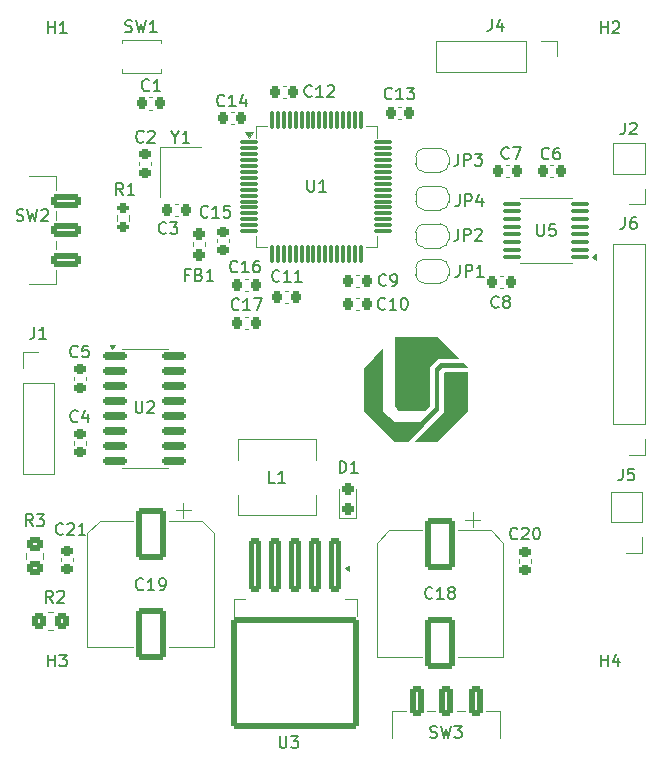
<source format=gto>
%TF.GenerationSoftware,KiCad,Pcbnew,8.0.0*%
%TF.CreationDate,2025-05-02T12:08:02-03:00*%
%TF.ProjectId,PRJ4 (Alimentador Digital),50524a34-2028-4416-9c69-6d656e746164,rev?*%
%TF.SameCoordinates,Original*%
%TF.FileFunction,Legend,Top*%
%TF.FilePolarity,Positive*%
%FSLAX46Y46*%
G04 Gerber Fmt 4.6, Leading zero omitted, Abs format (unit mm)*
G04 Created by KiCad (PCBNEW 8.0.0) date 2025-05-02 12:08:02*
%MOMM*%
%LPD*%
G01*
G04 APERTURE LIST*
G04 Aperture macros list*
%AMRoundRect*
0 Rectangle with rounded corners*
0 $1 Rounding radius*
0 $2 $3 $4 $5 $6 $7 $8 $9 X,Y pos of 4 corners*
0 Add a 4 corners polygon primitive as box body*
4,1,4,$2,$3,$4,$5,$6,$7,$8,$9,$2,$3,0*
0 Add four circle primitives for the rounded corners*
1,1,$1+$1,$2,$3*
1,1,$1+$1,$4,$5*
1,1,$1+$1,$6,$7*
1,1,$1+$1,$8,$9*
0 Add four rect primitives between the rounded corners*
20,1,$1+$1,$2,$3,$4,$5,0*
20,1,$1+$1,$4,$5,$6,$7,0*
20,1,$1+$1,$6,$7,$8,$9,0*
20,1,$1+$1,$8,$9,$2,$3,0*%
%AMFreePoly0*
4,1,19,0.500000,-0.750000,0.000000,-0.750000,0.000000,-0.744911,-0.071157,-0.744911,-0.207708,-0.704816,-0.327430,-0.627875,-0.420627,-0.520320,-0.479746,-0.390866,-0.500000,-0.250000,-0.500000,0.250000,-0.479746,0.390866,-0.420627,0.520320,-0.327430,0.627875,-0.207708,0.704816,-0.071157,0.744911,0.000000,0.744911,0.000000,0.750000,0.500000,0.750000,0.500000,-0.750000,0.500000,-0.750000,
$1*%
%AMFreePoly1*
4,1,19,0.000000,0.744911,0.071157,0.744911,0.207708,0.704816,0.327430,0.627875,0.420627,0.520320,0.479746,0.390866,0.500000,0.250000,0.500000,-0.250000,0.479746,-0.390866,0.420627,-0.520320,0.327430,-0.627875,0.207708,-0.704816,0.071157,-0.744911,0.000000,-0.744911,0.000000,-0.750000,-0.500000,-0.750000,-0.500000,0.750000,0.000000,0.750000,0.000000,0.744911,0.000000,0.744911,
$1*%
G04 Aperture macros list end*
%ADD10C,0.150000*%
%ADD11C,0.120000*%
%ADD12C,0.000000*%
%ADD13C,0.900000*%
%ADD14RoundRect,0.250000X-1.000000X0.375000X-1.000000X-0.375000X1.000000X-0.375000X1.000000X0.375000X0*%
%ADD15RoundRect,0.200000X-0.275000X0.200000X-0.275000X-0.200000X0.275000X-0.200000X0.275000X0.200000X0*%
%ADD16RoundRect,0.225000X0.225000X0.250000X-0.225000X0.250000X-0.225000X-0.250000X0.225000X-0.250000X0*%
%ADD17R,1.200000X1.400000*%
%ADD18C,3.200000*%
%ADD19RoundRect,0.250000X0.450000X-0.350000X0.450000X0.350000X-0.450000X0.350000X-0.450000X-0.350000X0*%
%ADD20RoundRect,0.225000X-0.225000X-0.250000X0.225000X-0.250000X0.225000X0.250000X-0.225000X0.250000X0*%
%ADD21RoundRect,0.250000X0.350000X0.450000X-0.350000X0.450000X-0.350000X-0.450000X0.350000X-0.450000X0*%
%ADD22RoundRect,0.225000X-0.250000X0.225000X-0.250000X-0.225000X0.250000X-0.225000X0.250000X0.225000X0*%
%ADD23R,1.700000X1.700000*%
%ADD24O,1.700000X1.700000*%
%ADD25RoundRect,0.150000X-0.850000X-0.150000X0.850000X-0.150000X0.850000X0.150000X-0.850000X0.150000X0*%
%ADD26RoundRect,0.250000X-1.000000X1.950000X-1.000000X-1.950000X1.000000X-1.950000X1.000000X1.950000X0*%
%ADD27RoundRect,0.237500X-0.237500X0.287500X-0.237500X-0.287500X0.237500X-0.287500X0.237500X0.287500X0*%
%ADD28FreePoly0,180.000000*%
%ADD29FreePoly1,180.000000*%
%ADD30RoundRect,0.237500X0.237500X-0.287500X0.237500X0.287500X-0.237500X0.287500X-0.237500X-0.287500X0*%
%ADD31RoundRect,0.075000X-0.700000X-0.075000X0.700000X-0.075000X0.700000X0.075000X-0.700000X0.075000X0*%
%ADD32RoundRect,0.075000X-0.075000X-0.700000X0.075000X-0.700000X0.075000X0.700000X-0.075000X0.700000X0*%
%ADD33RoundRect,0.250000X-0.300000X2.050000X-0.300000X-2.050000X0.300000X-2.050000X0.300000X2.050000X0*%
%ADD34RoundRect,0.250002X-5.149998X4.449998X-5.149998X-4.449998X5.149998X-4.449998X5.149998X4.449998X0*%
%ADD35FreePoly0,0.000000*%
%ADD36FreePoly1,0.000000*%
%ADD37RoundRect,0.225000X0.250000X-0.225000X0.250000X0.225000X-0.250000X0.225000X-0.250000X-0.225000X0*%
%ADD38RoundRect,0.250000X-0.375000X-1.000000X0.375000X-1.000000X0.375000X1.000000X-0.375000X1.000000X0*%
%ADD39C,0.800000*%
%ADD40R,0.900000X1.700000*%
%ADD41RoundRect,0.100000X0.637500X0.100000X-0.637500X0.100000X-0.637500X-0.100000X0.637500X-0.100000X0*%
%ADD42R,1.500000X2.400000*%
G04 APERTURE END LIST*
D10*
X116166667Y-84907200D02*
X116309524Y-84954819D01*
X116309524Y-84954819D02*
X116547619Y-84954819D01*
X116547619Y-84954819D02*
X116642857Y-84907200D01*
X116642857Y-84907200D02*
X116690476Y-84859580D01*
X116690476Y-84859580D02*
X116738095Y-84764342D01*
X116738095Y-84764342D02*
X116738095Y-84669104D01*
X116738095Y-84669104D02*
X116690476Y-84573866D01*
X116690476Y-84573866D02*
X116642857Y-84526247D01*
X116642857Y-84526247D02*
X116547619Y-84478628D01*
X116547619Y-84478628D02*
X116357143Y-84431009D01*
X116357143Y-84431009D02*
X116261905Y-84383390D01*
X116261905Y-84383390D02*
X116214286Y-84335771D01*
X116214286Y-84335771D02*
X116166667Y-84240533D01*
X116166667Y-84240533D02*
X116166667Y-84145295D01*
X116166667Y-84145295D02*
X116214286Y-84050057D01*
X116214286Y-84050057D02*
X116261905Y-84002438D01*
X116261905Y-84002438D02*
X116357143Y-83954819D01*
X116357143Y-83954819D02*
X116595238Y-83954819D01*
X116595238Y-83954819D02*
X116738095Y-84002438D01*
X117071429Y-83954819D02*
X117309524Y-84954819D01*
X117309524Y-84954819D02*
X117500000Y-84240533D01*
X117500000Y-84240533D02*
X117690476Y-84954819D01*
X117690476Y-84954819D02*
X117928572Y-83954819D01*
X118261905Y-84050057D02*
X118309524Y-84002438D01*
X118309524Y-84002438D02*
X118404762Y-83954819D01*
X118404762Y-83954819D02*
X118642857Y-83954819D01*
X118642857Y-83954819D02*
X118738095Y-84002438D01*
X118738095Y-84002438D02*
X118785714Y-84050057D01*
X118785714Y-84050057D02*
X118833333Y-84145295D01*
X118833333Y-84145295D02*
X118833333Y-84240533D01*
X118833333Y-84240533D02*
X118785714Y-84383390D01*
X118785714Y-84383390D02*
X118214286Y-84954819D01*
X118214286Y-84954819D02*
X118833333Y-84954819D01*
X125183333Y-82729819D02*
X124850000Y-82253628D01*
X124611905Y-82729819D02*
X124611905Y-81729819D01*
X124611905Y-81729819D02*
X124992857Y-81729819D01*
X124992857Y-81729819D02*
X125088095Y-81777438D01*
X125088095Y-81777438D02*
X125135714Y-81825057D01*
X125135714Y-81825057D02*
X125183333Y-81920295D01*
X125183333Y-81920295D02*
X125183333Y-82063152D01*
X125183333Y-82063152D02*
X125135714Y-82158390D01*
X125135714Y-82158390D02*
X125088095Y-82206009D01*
X125088095Y-82206009D02*
X124992857Y-82253628D01*
X124992857Y-82253628D02*
X124611905Y-82253628D01*
X126135714Y-82729819D02*
X125564286Y-82729819D01*
X125850000Y-82729819D02*
X125850000Y-81729819D01*
X125850000Y-81729819D02*
X125754762Y-81872676D01*
X125754762Y-81872676D02*
X125659524Y-81967914D01*
X125659524Y-81967914D02*
X125564286Y-82015533D01*
X147433333Y-90359580D02*
X147385714Y-90407200D01*
X147385714Y-90407200D02*
X147242857Y-90454819D01*
X147242857Y-90454819D02*
X147147619Y-90454819D01*
X147147619Y-90454819D02*
X147004762Y-90407200D01*
X147004762Y-90407200D02*
X146909524Y-90311961D01*
X146909524Y-90311961D02*
X146861905Y-90216723D01*
X146861905Y-90216723D02*
X146814286Y-90026247D01*
X146814286Y-90026247D02*
X146814286Y-89883390D01*
X146814286Y-89883390D02*
X146861905Y-89692914D01*
X146861905Y-89692914D02*
X146909524Y-89597676D01*
X146909524Y-89597676D02*
X147004762Y-89502438D01*
X147004762Y-89502438D02*
X147147619Y-89454819D01*
X147147619Y-89454819D02*
X147242857Y-89454819D01*
X147242857Y-89454819D02*
X147385714Y-89502438D01*
X147385714Y-89502438D02*
X147433333Y-89550057D01*
X147909524Y-90454819D02*
X148100000Y-90454819D01*
X148100000Y-90454819D02*
X148195238Y-90407200D01*
X148195238Y-90407200D02*
X148242857Y-90359580D01*
X148242857Y-90359580D02*
X148338095Y-90216723D01*
X148338095Y-90216723D02*
X148385714Y-90026247D01*
X148385714Y-90026247D02*
X148385714Y-89645295D01*
X148385714Y-89645295D02*
X148338095Y-89550057D01*
X148338095Y-89550057D02*
X148290476Y-89502438D01*
X148290476Y-89502438D02*
X148195238Y-89454819D01*
X148195238Y-89454819D02*
X148004762Y-89454819D01*
X148004762Y-89454819D02*
X147909524Y-89502438D01*
X147909524Y-89502438D02*
X147861905Y-89550057D01*
X147861905Y-89550057D02*
X147814286Y-89645295D01*
X147814286Y-89645295D02*
X147814286Y-89883390D01*
X147814286Y-89883390D02*
X147861905Y-89978628D01*
X147861905Y-89978628D02*
X147909524Y-90026247D01*
X147909524Y-90026247D02*
X148004762Y-90073866D01*
X148004762Y-90073866D02*
X148195238Y-90073866D01*
X148195238Y-90073866D02*
X148290476Y-90026247D01*
X148290476Y-90026247D02*
X148338095Y-89978628D01*
X148338095Y-89978628D02*
X148385714Y-89883390D01*
X134857142Y-89209580D02*
X134809523Y-89257200D01*
X134809523Y-89257200D02*
X134666666Y-89304819D01*
X134666666Y-89304819D02*
X134571428Y-89304819D01*
X134571428Y-89304819D02*
X134428571Y-89257200D01*
X134428571Y-89257200D02*
X134333333Y-89161961D01*
X134333333Y-89161961D02*
X134285714Y-89066723D01*
X134285714Y-89066723D02*
X134238095Y-88876247D01*
X134238095Y-88876247D02*
X134238095Y-88733390D01*
X134238095Y-88733390D02*
X134285714Y-88542914D01*
X134285714Y-88542914D02*
X134333333Y-88447676D01*
X134333333Y-88447676D02*
X134428571Y-88352438D01*
X134428571Y-88352438D02*
X134571428Y-88304819D01*
X134571428Y-88304819D02*
X134666666Y-88304819D01*
X134666666Y-88304819D02*
X134809523Y-88352438D01*
X134809523Y-88352438D02*
X134857142Y-88400057D01*
X135809523Y-89304819D02*
X135238095Y-89304819D01*
X135523809Y-89304819D02*
X135523809Y-88304819D01*
X135523809Y-88304819D02*
X135428571Y-88447676D01*
X135428571Y-88447676D02*
X135333333Y-88542914D01*
X135333333Y-88542914D02*
X135238095Y-88590533D01*
X136666666Y-88304819D02*
X136476190Y-88304819D01*
X136476190Y-88304819D02*
X136380952Y-88352438D01*
X136380952Y-88352438D02*
X136333333Y-88400057D01*
X136333333Y-88400057D02*
X136238095Y-88542914D01*
X136238095Y-88542914D02*
X136190476Y-88733390D01*
X136190476Y-88733390D02*
X136190476Y-89114342D01*
X136190476Y-89114342D02*
X136238095Y-89209580D01*
X136238095Y-89209580D02*
X136285714Y-89257200D01*
X136285714Y-89257200D02*
X136380952Y-89304819D01*
X136380952Y-89304819D02*
X136571428Y-89304819D01*
X136571428Y-89304819D02*
X136666666Y-89257200D01*
X136666666Y-89257200D02*
X136714285Y-89209580D01*
X136714285Y-89209580D02*
X136761904Y-89114342D01*
X136761904Y-89114342D02*
X136761904Y-88876247D01*
X136761904Y-88876247D02*
X136714285Y-88781009D01*
X136714285Y-88781009D02*
X136666666Y-88733390D01*
X136666666Y-88733390D02*
X136571428Y-88685771D01*
X136571428Y-88685771D02*
X136380952Y-88685771D01*
X136380952Y-88685771D02*
X136285714Y-88733390D01*
X136285714Y-88733390D02*
X136238095Y-88781009D01*
X136238095Y-88781009D02*
X136190476Y-88876247D01*
X129598809Y-77828628D02*
X129598809Y-78304819D01*
X129265476Y-77304819D02*
X129598809Y-77828628D01*
X129598809Y-77828628D02*
X129932142Y-77304819D01*
X130789285Y-78304819D02*
X130217857Y-78304819D01*
X130503571Y-78304819D02*
X130503571Y-77304819D01*
X130503571Y-77304819D02*
X130408333Y-77447676D01*
X130408333Y-77447676D02*
X130313095Y-77542914D01*
X130313095Y-77542914D02*
X130217857Y-77590533D01*
X118838095Y-69054819D02*
X118838095Y-68054819D01*
X118838095Y-68531009D02*
X119409523Y-68531009D01*
X119409523Y-69054819D02*
X119409523Y-68054819D01*
X120409523Y-69054819D02*
X119838095Y-69054819D01*
X120123809Y-69054819D02*
X120123809Y-68054819D01*
X120123809Y-68054819D02*
X120028571Y-68197676D01*
X120028571Y-68197676D02*
X119933333Y-68292914D01*
X119933333Y-68292914D02*
X119838095Y-68340533D01*
X117533333Y-110779819D02*
X117200000Y-110303628D01*
X116961905Y-110779819D02*
X116961905Y-109779819D01*
X116961905Y-109779819D02*
X117342857Y-109779819D01*
X117342857Y-109779819D02*
X117438095Y-109827438D01*
X117438095Y-109827438D02*
X117485714Y-109875057D01*
X117485714Y-109875057D02*
X117533333Y-109970295D01*
X117533333Y-109970295D02*
X117533333Y-110113152D01*
X117533333Y-110113152D02*
X117485714Y-110208390D01*
X117485714Y-110208390D02*
X117438095Y-110256009D01*
X117438095Y-110256009D02*
X117342857Y-110303628D01*
X117342857Y-110303628D02*
X116961905Y-110303628D01*
X117866667Y-109779819D02*
X118485714Y-109779819D01*
X118485714Y-109779819D02*
X118152381Y-110160771D01*
X118152381Y-110160771D02*
X118295238Y-110160771D01*
X118295238Y-110160771D02*
X118390476Y-110208390D01*
X118390476Y-110208390D02*
X118438095Y-110256009D01*
X118438095Y-110256009D02*
X118485714Y-110351247D01*
X118485714Y-110351247D02*
X118485714Y-110589342D01*
X118485714Y-110589342D02*
X118438095Y-110684580D01*
X118438095Y-110684580D02*
X118390476Y-110732200D01*
X118390476Y-110732200D02*
X118295238Y-110779819D01*
X118295238Y-110779819D02*
X118009524Y-110779819D01*
X118009524Y-110779819D02*
X117914286Y-110732200D01*
X117914286Y-110732200D02*
X117866667Y-110684580D01*
X147932142Y-74559580D02*
X147884523Y-74607200D01*
X147884523Y-74607200D02*
X147741666Y-74654819D01*
X147741666Y-74654819D02*
X147646428Y-74654819D01*
X147646428Y-74654819D02*
X147503571Y-74607200D01*
X147503571Y-74607200D02*
X147408333Y-74511961D01*
X147408333Y-74511961D02*
X147360714Y-74416723D01*
X147360714Y-74416723D02*
X147313095Y-74226247D01*
X147313095Y-74226247D02*
X147313095Y-74083390D01*
X147313095Y-74083390D02*
X147360714Y-73892914D01*
X147360714Y-73892914D02*
X147408333Y-73797676D01*
X147408333Y-73797676D02*
X147503571Y-73702438D01*
X147503571Y-73702438D02*
X147646428Y-73654819D01*
X147646428Y-73654819D02*
X147741666Y-73654819D01*
X147741666Y-73654819D02*
X147884523Y-73702438D01*
X147884523Y-73702438D02*
X147932142Y-73750057D01*
X148884523Y-74654819D02*
X148313095Y-74654819D01*
X148598809Y-74654819D02*
X148598809Y-73654819D01*
X148598809Y-73654819D02*
X148503571Y-73797676D01*
X148503571Y-73797676D02*
X148408333Y-73892914D01*
X148408333Y-73892914D02*
X148313095Y-73940533D01*
X149217857Y-73654819D02*
X149836904Y-73654819D01*
X149836904Y-73654819D02*
X149503571Y-74035771D01*
X149503571Y-74035771D02*
X149646428Y-74035771D01*
X149646428Y-74035771D02*
X149741666Y-74083390D01*
X149741666Y-74083390D02*
X149789285Y-74131009D01*
X149789285Y-74131009D02*
X149836904Y-74226247D01*
X149836904Y-74226247D02*
X149836904Y-74464342D01*
X149836904Y-74464342D02*
X149789285Y-74559580D01*
X149789285Y-74559580D02*
X149741666Y-74607200D01*
X149741666Y-74607200D02*
X149646428Y-74654819D01*
X149646428Y-74654819D02*
X149360714Y-74654819D01*
X149360714Y-74654819D02*
X149265476Y-74607200D01*
X149265476Y-74607200D02*
X149217857Y-74559580D01*
X147357142Y-92359580D02*
X147309523Y-92407200D01*
X147309523Y-92407200D02*
X147166666Y-92454819D01*
X147166666Y-92454819D02*
X147071428Y-92454819D01*
X147071428Y-92454819D02*
X146928571Y-92407200D01*
X146928571Y-92407200D02*
X146833333Y-92311961D01*
X146833333Y-92311961D02*
X146785714Y-92216723D01*
X146785714Y-92216723D02*
X146738095Y-92026247D01*
X146738095Y-92026247D02*
X146738095Y-91883390D01*
X146738095Y-91883390D02*
X146785714Y-91692914D01*
X146785714Y-91692914D02*
X146833333Y-91597676D01*
X146833333Y-91597676D02*
X146928571Y-91502438D01*
X146928571Y-91502438D02*
X147071428Y-91454819D01*
X147071428Y-91454819D02*
X147166666Y-91454819D01*
X147166666Y-91454819D02*
X147309523Y-91502438D01*
X147309523Y-91502438D02*
X147357142Y-91550057D01*
X148309523Y-92454819D02*
X147738095Y-92454819D01*
X148023809Y-92454819D02*
X148023809Y-91454819D01*
X148023809Y-91454819D02*
X147928571Y-91597676D01*
X147928571Y-91597676D02*
X147833333Y-91692914D01*
X147833333Y-91692914D02*
X147738095Y-91740533D01*
X148928571Y-91454819D02*
X149023809Y-91454819D01*
X149023809Y-91454819D02*
X149119047Y-91502438D01*
X149119047Y-91502438D02*
X149166666Y-91550057D01*
X149166666Y-91550057D02*
X149214285Y-91645295D01*
X149214285Y-91645295D02*
X149261904Y-91835771D01*
X149261904Y-91835771D02*
X149261904Y-92073866D01*
X149261904Y-92073866D02*
X149214285Y-92264342D01*
X149214285Y-92264342D02*
X149166666Y-92359580D01*
X149166666Y-92359580D02*
X149119047Y-92407200D01*
X149119047Y-92407200D02*
X149023809Y-92454819D01*
X149023809Y-92454819D02*
X148928571Y-92454819D01*
X148928571Y-92454819D02*
X148833333Y-92407200D01*
X148833333Y-92407200D02*
X148785714Y-92359580D01*
X148785714Y-92359580D02*
X148738095Y-92264342D01*
X148738095Y-92264342D02*
X148690476Y-92073866D01*
X148690476Y-92073866D02*
X148690476Y-91835771D01*
X148690476Y-91835771D02*
X148738095Y-91645295D01*
X148738095Y-91645295D02*
X148785714Y-91550057D01*
X148785714Y-91550057D02*
X148833333Y-91502438D01*
X148833333Y-91502438D02*
X148928571Y-91454819D01*
X119233333Y-117254819D02*
X118900000Y-116778628D01*
X118661905Y-117254819D02*
X118661905Y-116254819D01*
X118661905Y-116254819D02*
X119042857Y-116254819D01*
X119042857Y-116254819D02*
X119138095Y-116302438D01*
X119138095Y-116302438D02*
X119185714Y-116350057D01*
X119185714Y-116350057D02*
X119233333Y-116445295D01*
X119233333Y-116445295D02*
X119233333Y-116588152D01*
X119233333Y-116588152D02*
X119185714Y-116683390D01*
X119185714Y-116683390D02*
X119138095Y-116731009D01*
X119138095Y-116731009D02*
X119042857Y-116778628D01*
X119042857Y-116778628D02*
X118661905Y-116778628D01*
X119614286Y-116350057D02*
X119661905Y-116302438D01*
X119661905Y-116302438D02*
X119757143Y-116254819D01*
X119757143Y-116254819D02*
X119995238Y-116254819D01*
X119995238Y-116254819D02*
X120090476Y-116302438D01*
X120090476Y-116302438D02*
X120138095Y-116350057D01*
X120138095Y-116350057D02*
X120185714Y-116445295D01*
X120185714Y-116445295D02*
X120185714Y-116540533D01*
X120185714Y-116540533D02*
X120138095Y-116683390D01*
X120138095Y-116683390D02*
X119566667Y-117254819D01*
X119566667Y-117254819D02*
X120185714Y-117254819D01*
X141157142Y-74359580D02*
X141109523Y-74407200D01*
X141109523Y-74407200D02*
X140966666Y-74454819D01*
X140966666Y-74454819D02*
X140871428Y-74454819D01*
X140871428Y-74454819D02*
X140728571Y-74407200D01*
X140728571Y-74407200D02*
X140633333Y-74311961D01*
X140633333Y-74311961D02*
X140585714Y-74216723D01*
X140585714Y-74216723D02*
X140538095Y-74026247D01*
X140538095Y-74026247D02*
X140538095Y-73883390D01*
X140538095Y-73883390D02*
X140585714Y-73692914D01*
X140585714Y-73692914D02*
X140633333Y-73597676D01*
X140633333Y-73597676D02*
X140728571Y-73502438D01*
X140728571Y-73502438D02*
X140871428Y-73454819D01*
X140871428Y-73454819D02*
X140966666Y-73454819D01*
X140966666Y-73454819D02*
X141109523Y-73502438D01*
X141109523Y-73502438D02*
X141157142Y-73550057D01*
X142109523Y-74454819D02*
X141538095Y-74454819D01*
X141823809Y-74454819D02*
X141823809Y-73454819D01*
X141823809Y-73454819D02*
X141728571Y-73597676D01*
X141728571Y-73597676D02*
X141633333Y-73692914D01*
X141633333Y-73692914D02*
X141538095Y-73740533D01*
X142490476Y-73550057D02*
X142538095Y-73502438D01*
X142538095Y-73502438D02*
X142633333Y-73454819D01*
X142633333Y-73454819D02*
X142871428Y-73454819D01*
X142871428Y-73454819D02*
X142966666Y-73502438D01*
X142966666Y-73502438D02*
X143014285Y-73550057D01*
X143014285Y-73550057D02*
X143061904Y-73645295D01*
X143061904Y-73645295D02*
X143061904Y-73740533D01*
X143061904Y-73740533D02*
X143014285Y-73883390D01*
X143014285Y-73883390D02*
X142442857Y-74454819D01*
X142442857Y-74454819D02*
X143061904Y-74454819D01*
X158557142Y-111809580D02*
X158509523Y-111857200D01*
X158509523Y-111857200D02*
X158366666Y-111904819D01*
X158366666Y-111904819D02*
X158271428Y-111904819D01*
X158271428Y-111904819D02*
X158128571Y-111857200D01*
X158128571Y-111857200D02*
X158033333Y-111761961D01*
X158033333Y-111761961D02*
X157985714Y-111666723D01*
X157985714Y-111666723D02*
X157938095Y-111476247D01*
X157938095Y-111476247D02*
X157938095Y-111333390D01*
X157938095Y-111333390D02*
X157985714Y-111142914D01*
X157985714Y-111142914D02*
X158033333Y-111047676D01*
X158033333Y-111047676D02*
X158128571Y-110952438D01*
X158128571Y-110952438D02*
X158271428Y-110904819D01*
X158271428Y-110904819D02*
X158366666Y-110904819D01*
X158366666Y-110904819D02*
X158509523Y-110952438D01*
X158509523Y-110952438D02*
X158557142Y-111000057D01*
X158938095Y-111000057D02*
X158985714Y-110952438D01*
X158985714Y-110952438D02*
X159080952Y-110904819D01*
X159080952Y-110904819D02*
X159319047Y-110904819D01*
X159319047Y-110904819D02*
X159414285Y-110952438D01*
X159414285Y-110952438D02*
X159461904Y-111000057D01*
X159461904Y-111000057D02*
X159509523Y-111095295D01*
X159509523Y-111095295D02*
X159509523Y-111190533D01*
X159509523Y-111190533D02*
X159461904Y-111333390D01*
X159461904Y-111333390D02*
X158890476Y-111904819D01*
X158890476Y-111904819D02*
X159509523Y-111904819D01*
X160128571Y-110904819D02*
X160223809Y-110904819D01*
X160223809Y-110904819D02*
X160319047Y-110952438D01*
X160319047Y-110952438D02*
X160366666Y-111000057D01*
X160366666Y-111000057D02*
X160414285Y-111095295D01*
X160414285Y-111095295D02*
X160461904Y-111285771D01*
X160461904Y-111285771D02*
X160461904Y-111523866D01*
X160461904Y-111523866D02*
X160414285Y-111714342D01*
X160414285Y-111714342D02*
X160366666Y-111809580D01*
X160366666Y-111809580D02*
X160319047Y-111857200D01*
X160319047Y-111857200D02*
X160223809Y-111904819D01*
X160223809Y-111904819D02*
X160128571Y-111904819D01*
X160128571Y-111904819D02*
X160033333Y-111857200D01*
X160033333Y-111857200D02*
X159985714Y-111809580D01*
X159985714Y-111809580D02*
X159938095Y-111714342D01*
X159938095Y-111714342D02*
X159890476Y-111523866D01*
X159890476Y-111523866D02*
X159890476Y-111285771D01*
X159890476Y-111285771D02*
X159938095Y-111095295D01*
X159938095Y-111095295D02*
X159985714Y-111000057D01*
X159985714Y-111000057D02*
X160033333Y-110952438D01*
X160033333Y-110952438D02*
X160128571Y-110904819D01*
X167666666Y-84614819D02*
X167666666Y-85329104D01*
X167666666Y-85329104D02*
X167619047Y-85471961D01*
X167619047Y-85471961D02*
X167523809Y-85567200D01*
X167523809Y-85567200D02*
X167380952Y-85614819D01*
X167380952Y-85614819D02*
X167285714Y-85614819D01*
X168571428Y-84614819D02*
X168380952Y-84614819D01*
X168380952Y-84614819D02*
X168285714Y-84662438D01*
X168285714Y-84662438D02*
X168238095Y-84710057D01*
X168238095Y-84710057D02*
X168142857Y-84852914D01*
X168142857Y-84852914D02*
X168095238Y-85043390D01*
X168095238Y-85043390D02*
X168095238Y-85424342D01*
X168095238Y-85424342D02*
X168142857Y-85519580D01*
X168142857Y-85519580D02*
X168190476Y-85567200D01*
X168190476Y-85567200D02*
X168285714Y-85614819D01*
X168285714Y-85614819D02*
X168476190Y-85614819D01*
X168476190Y-85614819D02*
X168571428Y-85567200D01*
X168571428Y-85567200D02*
X168619047Y-85519580D01*
X168619047Y-85519580D02*
X168666666Y-85424342D01*
X168666666Y-85424342D02*
X168666666Y-85186247D01*
X168666666Y-85186247D02*
X168619047Y-85091009D01*
X168619047Y-85091009D02*
X168571428Y-85043390D01*
X168571428Y-85043390D02*
X168476190Y-84995771D01*
X168476190Y-84995771D02*
X168285714Y-84995771D01*
X168285714Y-84995771D02*
X168190476Y-85043390D01*
X168190476Y-85043390D02*
X168142857Y-85091009D01*
X168142857Y-85091009D02*
X168095238Y-85186247D01*
X126908333Y-78209580D02*
X126860714Y-78257200D01*
X126860714Y-78257200D02*
X126717857Y-78304819D01*
X126717857Y-78304819D02*
X126622619Y-78304819D01*
X126622619Y-78304819D02*
X126479762Y-78257200D01*
X126479762Y-78257200D02*
X126384524Y-78161961D01*
X126384524Y-78161961D02*
X126336905Y-78066723D01*
X126336905Y-78066723D02*
X126289286Y-77876247D01*
X126289286Y-77876247D02*
X126289286Y-77733390D01*
X126289286Y-77733390D02*
X126336905Y-77542914D01*
X126336905Y-77542914D02*
X126384524Y-77447676D01*
X126384524Y-77447676D02*
X126479762Y-77352438D01*
X126479762Y-77352438D02*
X126622619Y-77304819D01*
X126622619Y-77304819D02*
X126717857Y-77304819D01*
X126717857Y-77304819D02*
X126860714Y-77352438D01*
X126860714Y-77352438D02*
X126908333Y-77400057D01*
X127289286Y-77400057D02*
X127336905Y-77352438D01*
X127336905Y-77352438D02*
X127432143Y-77304819D01*
X127432143Y-77304819D02*
X127670238Y-77304819D01*
X127670238Y-77304819D02*
X127765476Y-77352438D01*
X127765476Y-77352438D02*
X127813095Y-77400057D01*
X127813095Y-77400057D02*
X127860714Y-77495295D01*
X127860714Y-77495295D02*
X127860714Y-77590533D01*
X127860714Y-77590533D02*
X127813095Y-77733390D01*
X127813095Y-77733390D02*
X127241667Y-78304819D01*
X127241667Y-78304819D02*
X127860714Y-78304819D01*
X117666666Y-93899819D02*
X117666666Y-94614104D01*
X117666666Y-94614104D02*
X117619047Y-94756961D01*
X117619047Y-94756961D02*
X117523809Y-94852200D01*
X117523809Y-94852200D02*
X117380952Y-94899819D01*
X117380952Y-94899819D02*
X117285714Y-94899819D01*
X118666666Y-94899819D02*
X118095238Y-94899819D01*
X118380952Y-94899819D02*
X118380952Y-93899819D01*
X118380952Y-93899819D02*
X118285714Y-94042676D01*
X118285714Y-94042676D02*
X118190476Y-94137914D01*
X118190476Y-94137914D02*
X118095238Y-94185533D01*
X126238095Y-100204819D02*
X126238095Y-101014342D01*
X126238095Y-101014342D02*
X126285714Y-101109580D01*
X126285714Y-101109580D02*
X126333333Y-101157200D01*
X126333333Y-101157200D02*
X126428571Y-101204819D01*
X126428571Y-101204819D02*
X126619047Y-101204819D01*
X126619047Y-101204819D02*
X126714285Y-101157200D01*
X126714285Y-101157200D02*
X126761904Y-101109580D01*
X126761904Y-101109580D02*
X126809523Y-101014342D01*
X126809523Y-101014342D02*
X126809523Y-100204819D01*
X127238095Y-100300057D02*
X127285714Y-100252438D01*
X127285714Y-100252438D02*
X127380952Y-100204819D01*
X127380952Y-100204819D02*
X127619047Y-100204819D01*
X127619047Y-100204819D02*
X127714285Y-100252438D01*
X127714285Y-100252438D02*
X127761904Y-100300057D01*
X127761904Y-100300057D02*
X127809523Y-100395295D01*
X127809523Y-100395295D02*
X127809523Y-100490533D01*
X127809523Y-100490533D02*
X127761904Y-100633390D01*
X127761904Y-100633390D02*
X127190476Y-101204819D01*
X127190476Y-101204819D02*
X127809523Y-101204819D01*
X167666666Y-76614819D02*
X167666666Y-77329104D01*
X167666666Y-77329104D02*
X167619047Y-77471961D01*
X167619047Y-77471961D02*
X167523809Y-77567200D01*
X167523809Y-77567200D02*
X167380952Y-77614819D01*
X167380952Y-77614819D02*
X167285714Y-77614819D01*
X168095238Y-76710057D02*
X168142857Y-76662438D01*
X168142857Y-76662438D02*
X168238095Y-76614819D01*
X168238095Y-76614819D02*
X168476190Y-76614819D01*
X168476190Y-76614819D02*
X168571428Y-76662438D01*
X168571428Y-76662438D02*
X168619047Y-76710057D01*
X168619047Y-76710057D02*
X168666666Y-76805295D01*
X168666666Y-76805295D02*
X168666666Y-76900533D01*
X168666666Y-76900533D02*
X168619047Y-77043390D01*
X168619047Y-77043390D02*
X168047619Y-77614819D01*
X168047619Y-77614819D02*
X168666666Y-77614819D01*
X151357142Y-116859580D02*
X151309523Y-116907200D01*
X151309523Y-116907200D02*
X151166666Y-116954819D01*
X151166666Y-116954819D02*
X151071428Y-116954819D01*
X151071428Y-116954819D02*
X150928571Y-116907200D01*
X150928571Y-116907200D02*
X150833333Y-116811961D01*
X150833333Y-116811961D02*
X150785714Y-116716723D01*
X150785714Y-116716723D02*
X150738095Y-116526247D01*
X150738095Y-116526247D02*
X150738095Y-116383390D01*
X150738095Y-116383390D02*
X150785714Y-116192914D01*
X150785714Y-116192914D02*
X150833333Y-116097676D01*
X150833333Y-116097676D02*
X150928571Y-116002438D01*
X150928571Y-116002438D02*
X151071428Y-115954819D01*
X151071428Y-115954819D02*
X151166666Y-115954819D01*
X151166666Y-115954819D02*
X151309523Y-116002438D01*
X151309523Y-116002438D02*
X151357142Y-116050057D01*
X152309523Y-116954819D02*
X151738095Y-116954819D01*
X152023809Y-116954819D02*
X152023809Y-115954819D01*
X152023809Y-115954819D02*
X151928571Y-116097676D01*
X151928571Y-116097676D02*
X151833333Y-116192914D01*
X151833333Y-116192914D02*
X151738095Y-116240533D01*
X152880952Y-116383390D02*
X152785714Y-116335771D01*
X152785714Y-116335771D02*
X152738095Y-116288152D01*
X152738095Y-116288152D02*
X152690476Y-116192914D01*
X152690476Y-116192914D02*
X152690476Y-116145295D01*
X152690476Y-116145295D02*
X152738095Y-116050057D01*
X152738095Y-116050057D02*
X152785714Y-116002438D01*
X152785714Y-116002438D02*
X152880952Y-115954819D01*
X152880952Y-115954819D02*
X153071428Y-115954819D01*
X153071428Y-115954819D02*
X153166666Y-116002438D01*
X153166666Y-116002438D02*
X153214285Y-116050057D01*
X153214285Y-116050057D02*
X153261904Y-116145295D01*
X153261904Y-116145295D02*
X153261904Y-116192914D01*
X153261904Y-116192914D02*
X153214285Y-116288152D01*
X153214285Y-116288152D02*
X153166666Y-116335771D01*
X153166666Y-116335771D02*
X153071428Y-116383390D01*
X153071428Y-116383390D02*
X152880952Y-116383390D01*
X152880952Y-116383390D02*
X152785714Y-116431009D01*
X152785714Y-116431009D02*
X152738095Y-116478628D01*
X152738095Y-116478628D02*
X152690476Y-116573866D01*
X152690476Y-116573866D02*
X152690476Y-116764342D01*
X152690476Y-116764342D02*
X152738095Y-116859580D01*
X152738095Y-116859580D02*
X152785714Y-116907200D01*
X152785714Y-116907200D02*
X152880952Y-116954819D01*
X152880952Y-116954819D02*
X153071428Y-116954819D01*
X153071428Y-116954819D02*
X153166666Y-116907200D01*
X153166666Y-116907200D02*
X153214285Y-116859580D01*
X153214285Y-116859580D02*
X153261904Y-116764342D01*
X153261904Y-116764342D02*
X153261904Y-116573866D01*
X153261904Y-116573866D02*
X153214285Y-116478628D01*
X153214285Y-116478628D02*
X153166666Y-116431009D01*
X153166666Y-116431009D02*
X153071428Y-116383390D01*
X118838095Y-122654819D02*
X118838095Y-121654819D01*
X118838095Y-122131009D02*
X119409523Y-122131009D01*
X119409523Y-122654819D02*
X119409523Y-121654819D01*
X119790476Y-121654819D02*
X120409523Y-121654819D01*
X120409523Y-121654819D02*
X120076190Y-122035771D01*
X120076190Y-122035771D02*
X120219047Y-122035771D01*
X120219047Y-122035771D02*
X120314285Y-122083390D01*
X120314285Y-122083390D02*
X120361904Y-122131009D01*
X120361904Y-122131009D02*
X120409523Y-122226247D01*
X120409523Y-122226247D02*
X120409523Y-122464342D01*
X120409523Y-122464342D02*
X120361904Y-122559580D01*
X120361904Y-122559580D02*
X120314285Y-122607200D01*
X120314285Y-122607200D02*
X120219047Y-122654819D01*
X120219047Y-122654819D02*
X119933333Y-122654819D01*
X119933333Y-122654819D02*
X119838095Y-122607200D01*
X119838095Y-122607200D02*
X119790476Y-122559580D01*
X132357142Y-84559580D02*
X132309523Y-84607200D01*
X132309523Y-84607200D02*
X132166666Y-84654819D01*
X132166666Y-84654819D02*
X132071428Y-84654819D01*
X132071428Y-84654819D02*
X131928571Y-84607200D01*
X131928571Y-84607200D02*
X131833333Y-84511961D01*
X131833333Y-84511961D02*
X131785714Y-84416723D01*
X131785714Y-84416723D02*
X131738095Y-84226247D01*
X131738095Y-84226247D02*
X131738095Y-84083390D01*
X131738095Y-84083390D02*
X131785714Y-83892914D01*
X131785714Y-83892914D02*
X131833333Y-83797676D01*
X131833333Y-83797676D02*
X131928571Y-83702438D01*
X131928571Y-83702438D02*
X132071428Y-83654819D01*
X132071428Y-83654819D02*
X132166666Y-83654819D01*
X132166666Y-83654819D02*
X132309523Y-83702438D01*
X132309523Y-83702438D02*
X132357142Y-83750057D01*
X133309523Y-84654819D02*
X132738095Y-84654819D01*
X133023809Y-84654819D02*
X133023809Y-83654819D01*
X133023809Y-83654819D02*
X132928571Y-83797676D01*
X132928571Y-83797676D02*
X132833333Y-83892914D01*
X132833333Y-83892914D02*
X132738095Y-83940533D01*
X134214285Y-83654819D02*
X133738095Y-83654819D01*
X133738095Y-83654819D02*
X133690476Y-84131009D01*
X133690476Y-84131009D02*
X133738095Y-84083390D01*
X133738095Y-84083390D02*
X133833333Y-84035771D01*
X133833333Y-84035771D02*
X134071428Y-84035771D01*
X134071428Y-84035771D02*
X134166666Y-84083390D01*
X134166666Y-84083390D02*
X134214285Y-84131009D01*
X134214285Y-84131009D02*
X134261904Y-84226247D01*
X134261904Y-84226247D02*
X134261904Y-84464342D01*
X134261904Y-84464342D02*
X134214285Y-84559580D01*
X134214285Y-84559580D02*
X134166666Y-84607200D01*
X134166666Y-84607200D02*
X134071428Y-84654819D01*
X134071428Y-84654819D02*
X133833333Y-84654819D01*
X133833333Y-84654819D02*
X133738095Y-84607200D01*
X133738095Y-84607200D02*
X133690476Y-84559580D01*
X130766666Y-89481009D02*
X130433333Y-89481009D01*
X130433333Y-90004819D02*
X130433333Y-89004819D01*
X130433333Y-89004819D02*
X130909523Y-89004819D01*
X131623809Y-89481009D02*
X131766666Y-89528628D01*
X131766666Y-89528628D02*
X131814285Y-89576247D01*
X131814285Y-89576247D02*
X131861904Y-89671485D01*
X131861904Y-89671485D02*
X131861904Y-89814342D01*
X131861904Y-89814342D02*
X131814285Y-89909580D01*
X131814285Y-89909580D02*
X131766666Y-89957200D01*
X131766666Y-89957200D02*
X131671428Y-90004819D01*
X131671428Y-90004819D02*
X131290476Y-90004819D01*
X131290476Y-90004819D02*
X131290476Y-89004819D01*
X131290476Y-89004819D02*
X131623809Y-89004819D01*
X131623809Y-89004819D02*
X131719047Y-89052438D01*
X131719047Y-89052438D02*
X131766666Y-89100057D01*
X131766666Y-89100057D02*
X131814285Y-89195295D01*
X131814285Y-89195295D02*
X131814285Y-89290533D01*
X131814285Y-89290533D02*
X131766666Y-89385771D01*
X131766666Y-89385771D02*
X131719047Y-89433390D01*
X131719047Y-89433390D02*
X131623809Y-89481009D01*
X131623809Y-89481009D02*
X131290476Y-89481009D01*
X132814285Y-90004819D02*
X132242857Y-90004819D01*
X132528571Y-90004819D02*
X132528571Y-89004819D01*
X132528571Y-89004819D02*
X132433333Y-89147676D01*
X132433333Y-89147676D02*
X132338095Y-89242914D01*
X132338095Y-89242914D02*
X132242857Y-89290533D01*
X157833333Y-79609580D02*
X157785714Y-79657200D01*
X157785714Y-79657200D02*
X157642857Y-79704819D01*
X157642857Y-79704819D02*
X157547619Y-79704819D01*
X157547619Y-79704819D02*
X157404762Y-79657200D01*
X157404762Y-79657200D02*
X157309524Y-79561961D01*
X157309524Y-79561961D02*
X157261905Y-79466723D01*
X157261905Y-79466723D02*
X157214286Y-79276247D01*
X157214286Y-79276247D02*
X157214286Y-79133390D01*
X157214286Y-79133390D02*
X157261905Y-78942914D01*
X157261905Y-78942914D02*
X157309524Y-78847676D01*
X157309524Y-78847676D02*
X157404762Y-78752438D01*
X157404762Y-78752438D02*
X157547619Y-78704819D01*
X157547619Y-78704819D02*
X157642857Y-78704819D01*
X157642857Y-78704819D02*
X157785714Y-78752438D01*
X157785714Y-78752438D02*
X157833333Y-78800057D01*
X158166667Y-78704819D02*
X158833333Y-78704819D01*
X158833333Y-78704819D02*
X158404762Y-79704819D01*
X134982142Y-92409580D02*
X134934523Y-92457200D01*
X134934523Y-92457200D02*
X134791666Y-92504819D01*
X134791666Y-92504819D02*
X134696428Y-92504819D01*
X134696428Y-92504819D02*
X134553571Y-92457200D01*
X134553571Y-92457200D02*
X134458333Y-92361961D01*
X134458333Y-92361961D02*
X134410714Y-92266723D01*
X134410714Y-92266723D02*
X134363095Y-92076247D01*
X134363095Y-92076247D02*
X134363095Y-91933390D01*
X134363095Y-91933390D02*
X134410714Y-91742914D01*
X134410714Y-91742914D02*
X134458333Y-91647676D01*
X134458333Y-91647676D02*
X134553571Y-91552438D01*
X134553571Y-91552438D02*
X134696428Y-91504819D01*
X134696428Y-91504819D02*
X134791666Y-91504819D01*
X134791666Y-91504819D02*
X134934523Y-91552438D01*
X134934523Y-91552438D02*
X134982142Y-91600057D01*
X135934523Y-92504819D02*
X135363095Y-92504819D01*
X135648809Y-92504819D02*
X135648809Y-91504819D01*
X135648809Y-91504819D02*
X135553571Y-91647676D01*
X135553571Y-91647676D02*
X135458333Y-91742914D01*
X135458333Y-91742914D02*
X135363095Y-91790533D01*
X136267857Y-91504819D02*
X136934523Y-91504819D01*
X136934523Y-91504819D02*
X136505952Y-92504819D01*
X153666666Y-82704819D02*
X153666666Y-83419104D01*
X153666666Y-83419104D02*
X153619047Y-83561961D01*
X153619047Y-83561961D02*
X153523809Y-83657200D01*
X153523809Y-83657200D02*
X153380952Y-83704819D01*
X153380952Y-83704819D02*
X153285714Y-83704819D01*
X154142857Y-83704819D02*
X154142857Y-82704819D01*
X154142857Y-82704819D02*
X154523809Y-82704819D01*
X154523809Y-82704819D02*
X154619047Y-82752438D01*
X154619047Y-82752438D02*
X154666666Y-82800057D01*
X154666666Y-82800057D02*
X154714285Y-82895295D01*
X154714285Y-82895295D02*
X154714285Y-83038152D01*
X154714285Y-83038152D02*
X154666666Y-83133390D01*
X154666666Y-83133390D02*
X154619047Y-83181009D01*
X154619047Y-83181009D02*
X154523809Y-83228628D01*
X154523809Y-83228628D02*
X154142857Y-83228628D01*
X155571428Y-83038152D02*
X155571428Y-83704819D01*
X155333333Y-82657200D02*
X155095238Y-83371485D01*
X155095238Y-83371485D02*
X155714285Y-83371485D01*
X156386666Y-67854819D02*
X156386666Y-68569104D01*
X156386666Y-68569104D02*
X156339047Y-68711961D01*
X156339047Y-68711961D02*
X156243809Y-68807200D01*
X156243809Y-68807200D02*
X156100952Y-68854819D01*
X156100952Y-68854819D02*
X156005714Y-68854819D01*
X157291428Y-68188152D02*
X157291428Y-68854819D01*
X157053333Y-67807200D02*
X156815238Y-68521485D01*
X156815238Y-68521485D02*
X157434285Y-68521485D01*
X143511905Y-106279819D02*
X143511905Y-105279819D01*
X143511905Y-105279819D02*
X143750000Y-105279819D01*
X143750000Y-105279819D02*
X143892857Y-105327438D01*
X143892857Y-105327438D02*
X143988095Y-105422676D01*
X143988095Y-105422676D02*
X144035714Y-105517914D01*
X144035714Y-105517914D02*
X144083333Y-105708390D01*
X144083333Y-105708390D02*
X144083333Y-105851247D01*
X144083333Y-105851247D02*
X144035714Y-106041723D01*
X144035714Y-106041723D02*
X143988095Y-106136961D01*
X143988095Y-106136961D02*
X143892857Y-106232200D01*
X143892857Y-106232200D02*
X143750000Y-106279819D01*
X143750000Y-106279819D02*
X143511905Y-106279819D01*
X145035714Y-106279819D02*
X144464286Y-106279819D01*
X144750000Y-106279819D02*
X144750000Y-105279819D01*
X144750000Y-105279819D02*
X144654762Y-105422676D01*
X144654762Y-105422676D02*
X144559524Y-105517914D01*
X144559524Y-105517914D02*
X144464286Y-105565533D01*
X133757142Y-75159580D02*
X133709523Y-75207200D01*
X133709523Y-75207200D02*
X133566666Y-75254819D01*
X133566666Y-75254819D02*
X133471428Y-75254819D01*
X133471428Y-75254819D02*
X133328571Y-75207200D01*
X133328571Y-75207200D02*
X133233333Y-75111961D01*
X133233333Y-75111961D02*
X133185714Y-75016723D01*
X133185714Y-75016723D02*
X133138095Y-74826247D01*
X133138095Y-74826247D02*
X133138095Y-74683390D01*
X133138095Y-74683390D02*
X133185714Y-74492914D01*
X133185714Y-74492914D02*
X133233333Y-74397676D01*
X133233333Y-74397676D02*
X133328571Y-74302438D01*
X133328571Y-74302438D02*
X133471428Y-74254819D01*
X133471428Y-74254819D02*
X133566666Y-74254819D01*
X133566666Y-74254819D02*
X133709523Y-74302438D01*
X133709523Y-74302438D02*
X133757142Y-74350057D01*
X134709523Y-75254819D02*
X134138095Y-75254819D01*
X134423809Y-75254819D02*
X134423809Y-74254819D01*
X134423809Y-74254819D02*
X134328571Y-74397676D01*
X134328571Y-74397676D02*
X134233333Y-74492914D01*
X134233333Y-74492914D02*
X134138095Y-74540533D01*
X135566666Y-74588152D02*
X135566666Y-75254819D01*
X135328571Y-74207200D02*
X135090476Y-74921485D01*
X135090476Y-74921485D02*
X135709523Y-74921485D01*
X156970833Y-92209580D02*
X156923214Y-92257200D01*
X156923214Y-92257200D02*
X156780357Y-92304819D01*
X156780357Y-92304819D02*
X156685119Y-92304819D01*
X156685119Y-92304819D02*
X156542262Y-92257200D01*
X156542262Y-92257200D02*
X156447024Y-92161961D01*
X156447024Y-92161961D02*
X156399405Y-92066723D01*
X156399405Y-92066723D02*
X156351786Y-91876247D01*
X156351786Y-91876247D02*
X156351786Y-91733390D01*
X156351786Y-91733390D02*
X156399405Y-91542914D01*
X156399405Y-91542914D02*
X156447024Y-91447676D01*
X156447024Y-91447676D02*
X156542262Y-91352438D01*
X156542262Y-91352438D02*
X156685119Y-91304819D01*
X156685119Y-91304819D02*
X156780357Y-91304819D01*
X156780357Y-91304819D02*
X156923214Y-91352438D01*
X156923214Y-91352438D02*
X156970833Y-91400057D01*
X157542262Y-91733390D02*
X157447024Y-91685771D01*
X157447024Y-91685771D02*
X157399405Y-91638152D01*
X157399405Y-91638152D02*
X157351786Y-91542914D01*
X157351786Y-91542914D02*
X157351786Y-91495295D01*
X157351786Y-91495295D02*
X157399405Y-91400057D01*
X157399405Y-91400057D02*
X157447024Y-91352438D01*
X157447024Y-91352438D02*
X157542262Y-91304819D01*
X157542262Y-91304819D02*
X157732738Y-91304819D01*
X157732738Y-91304819D02*
X157827976Y-91352438D01*
X157827976Y-91352438D02*
X157875595Y-91400057D01*
X157875595Y-91400057D02*
X157923214Y-91495295D01*
X157923214Y-91495295D02*
X157923214Y-91542914D01*
X157923214Y-91542914D02*
X157875595Y-91638152D01*
X157875595Y-91638152D02*
X157827976Y-91685771D01*
X157827976Y-91685771D02*
X157732738Y-91733390D01*
X157732738Y-91733390D02*
X157542262Y-91733390D01*
X157542262Y-91733390D02*
X157447024Y-91781009D01*
X157447024Y-91781009D02*
X157399405Y-91828628D01*
X157399405Y-91828628D02*
X157351786Y-91923866D01*
X157351786Y-91923866D02*
X157351786Y-92114342D01*
X157351786Y-92114342D02*
X157399405Y-92209580D01*
X157399405Y-92209580D02*
X157447024Y-92257200D01*
X157447024Y-92257200D02*
X157542262Y-92304819D01*
X157542262Y-92304819D02*
X157732738Y-92304819D01*
X157732738Y-92304819D02*
X157827976Y-92257200D01*
X157827976Y-92257200D02*
X157875595Y-92209580D01*
X157875595Y-92209580D02*
X157923214Y-92114342D01*
X157923214Y-92114342D02*
X157923214Y-91923866D01*
X157923214Y-91923866D02*
X157875595Y-91828628D01*
X157875595Y-91828628D02*
X157827976Y-91781009D01*
X157827976Y-91781009D02*
X157732738Y-91733390D01*
X167466666Y-105919819D02*
X167466666Y-106634104D01*
X167466666Y-106634104D02*
X167419047Y-106776961D01*
X167419047Y-106776961D02*
X167323809Y-106872200D01*
X167323809Y-106872200D02*
X167180952Y-106919819D01*
X167180952Y-106919819D02*
X167085714Y-106919819D01*
X168419047Y-105919819D02*
X167942857Y-105919819D01*
X167942857Y-105919819D02*
X167895238Y-106396009D01*
X167895238Y-106396009D02*
X167942857Y-106348390D01*
X167942857Y-106348390D02*
X168038095Y-106300771D01*
X168038095Y-106300771D02*
X168276190Y-106300771D01*
X168276190Y-106300771D02*
X168371428Y-106348390D01*
X168371428Y-106348390D02*
X168419047Y-106396009D01*
X168419047Y-106396009D02*
X168466666Y-106491247D01*
X168466666Y-106491247D02*
X168466666Y-106729342D01*
X168466666Y-106729342D02*
X168419047Y-106824580D01*
X168419047Y-106824580D02*
X168371428Y-106872200D01*
X168371428Y-106872200D02*
X168276190Y-106919819D01*
X168276190Y-106919819D02*
X168038095Y-106919819D01*
X168038095Y-106919819D02*
X167942857Y-106872200D01*
X167942857Y-106872200D02*
X167895238Y-106824580D01*
X138407142Y-90009580D02*
X138359523Y-90057200D01*
X138359523Y-90057200D02*
X138216666Y-90104819D01*
X138216666Y-90104819D02*
X138121428Y-90104819D01*
X138121428Y-90104819D02*
X137978571Y-90057200D01*
X137978571Y-90057200D02*
X137883333Y-89961961D01*
X137883333Y-89961961D02*
X137835714Y-89866723D01*
X137835714Y-89866723D02*
X137788095Y-89676247D01*
X137788095Y-89676247D02*
X137788095Y-89533390D01*
X137788095Y-89533390D02*
X137835714Y-89342914D01*
X137835714Y-89342914D02*
X137883333Y-89247676D01*
X137883333Y-89247676D02*
X137978571Y-89152438D01*
X137978571Y-89152438D02*
X138121428Y-89104819D01*
X138121428Y-89104819D02*
X138216666Y-89104819D01*
X138216666Y-89104819D02*
X138359523Y-89152438D01*
X138359523Y-89152438D02*
X138407142Y-89200057D01*
X139359523Y-90104819D02*
X138788095Y-90104819D01*
X139073809Y-90104819D02*
X139073809Y-89104819D01*
X139073809Y-89104819D02*
X138978571Y-89247676D01*
X138978571Y-89247676D02*
X138883333Y-89342914D01*
X138883333Y-89342914D02*
X138788095Y-89390533D01*
X140311904Y-90104819D02*
X139740476Y-90104819D01*
X140026190Y-90104819D02*
X140026190Y-89104819D01*
X140026190Y-89104819D02*
X139930952Y-89247676D01*
X139930952Y-89247676D02*
X139835714Y-89342914D01*
X139835714Y-89342914D02*
X139740476Y-89390533D01*
X140788095Y-81454819D02*
X140788095Y-82264342D01*
X140788095Y-82264342D02*
X140835714Y-82359580D01*
X140835714Y-82359580D02*
X140883333Y-82407200D01*
X140883333Y-82407200D02*
X140978571Y-82454819D01*
X140978571Y-82454819D02*
X141169047Y-82454819D01*
X141169047Y-82454819D02*
X141264285Y-82407200D01*
X141264285Y-82407200D02*
X141311904Y-82359580D01*
X141311904Y-82359580D02*
X141359523Y-82264342D01*
X141359523Y-82264342D02*
X141359523Y-81454819D01*
X142359523Y-82454819D02*
X141788095Y-82454819D01*
X142073809Y-82454819D02*
X142073809Y-81454819D01*
X142073809Y-81454819D02*
X141978571Y-81597676D01*
X141978571Y-81597676D02*
X141883333Y-81692914D01*
X141883333Y-81692914D02*
X141788095Y-81740533D01*
X165638095Y-122654819D02*
X165638095Y-121654819D01*
X165638095Y-122131009D02*
X166209523Y-122131009D01*
X166209523Y-122654819D02*
X166209523Y-121654819D01*
X167114285Y-121988152D02*
X167114285Y-122654819D01*
X166876190Y-121607200D02*
X166638095Y-122321485D01*
X166638095Y-122321485D02*
X167257142Y-122321485D01*
X161233333Y-79634580D02*
X161185714Y-79682200D01*
X161185714Y-79682200D02*
X161042857Y-79729819D01*
X161042857Y-79729819D02*
X160947619Y-79729819D01*
X160947619Y-79729819D02*
X160804762Y-79682200D01*
X160804762Y-79682200D02*
X160709524Y-79586961D01*
X160709524Y-79586961D02*
X160661905Y-79491723D01*
X160661905Y-79491723D02*
X160614286Y-79301247D01*
X160614286Y-79301247D02*
X160614286Y-79158390D01*
X160614286Y-79158390D02*
X160661905Y-78967914D01*
X160661905Y-78967914D02*
X160709524Y-78872676D01*
X160709524Y-78872676D02*
X160804762Y-78777438D01*
X160804762Y-78777438D02*
X160947619Y-78729819D01*
X160947619Y-78729819D02*
X161042857Y-78729819D01*
X161042857Y-78729819D02*
X161185714Y-78777438D01*
X161185714Y-78777438D02*
X161233333Y-78825057D01*
X162090476Y-78729819D02*
X161900000Y-78729819D01*
X161900000Y-78729819D02*
X161804762Y-78777438D01*
X161804762Y-78777438D02*
X161757143Y-78825057D01*
X161757143Y-78825057D02*
X161661905Y-78967914D01*
X161661905Y-78967914D02*
X161614286Y-79158390D01*
X161614286Y-79158390D02*
X161614286Y-79539342D01*
X161614286Y-79539342D02*
X161661905Y-79634580D01*
X161661905Y-79634580D02*
X161709524Y-79682200D01*
X161709524Y-79682200D02*
X161804762Y-79729819D01*
X161804762Y-79729819D02*
X161995238Y-79729819D01*
X161995238Y-79729819D02*
X162090476Y-79682200D01*
X162090476Y-79682200D02*
X162138095Y-79634580D01*
X162138095Y-79634580D02*
X162185714Y-79539342D01*
X162185714Y-79539342D02*
X162185714Y-79301247D01*
X162185714Y-79301247D02*
X162138095Y-79206009D01*
X162138095Y-79206009D02*
X162090476Y-79158390D01*
X162090476Y-79158390D02*
X161995238Y-79110771D01*
X161995238Y-79110771D02*
X161804762Y-79110771D01*
X161804762Y-79110771D02*
X161709524Y-79158390D01*
X161709524Y-79158390D02*
X161661905Y-79206009D01*
X161661905Y-79206009D02*
X161614286Y-79301247D01*
X138438095Y-128554819D02*
X138438095Y-129364342D01*
X138438095Y-129364342D02*
X138485714Y-129459580D01*
X138485714Y-129459580D02*
X138533333Y-129507200D01*
X138533333Y-129507200D02*
X138628571Y-129554819D01*
X138628571Y-129554819D02*
X138819047Y-129554819D01*
X138819047Y-129554819D02*
X138914285Y-129507200D01*
X138914285Y-129507200D02*
X138961904Y-129459580D01*
X138961904Y-129459580D02*
X139009523Y-129364342D01*
X139009523Y-129364342D02*
X139009523Y-128554819D01*
X139390476Y-128554819D02*
X140009523Y-128554819D01*
X140009523Y-128554819D02*
X139676190Y-128935771D01*
X139676190Y-128935771D02*
X139819047Y-128935771D01*
X139819047Y-128935771D02*
X139914285Y-128983390D01*
X139914285Y-128983390D02*
X139961904Y-129031009D01*
X139961904Y-129031009D02*
X140009523Y-129126247D01*
X140009523Y-129126247D02*
X140009523Y-129364342D01*
X140009523Y-129364342D02*
X139961904Y-129459580D01*
X139961904Y-129459580D02*
X139914285Y-129507200D01*
X139914285Y-129507200D02*
X139819047Y-129554819D01*
X139819047Y-129554819D02*
X139533333Y-129554819D01*
X139533333Y-129554819D02*
X139438095Y-129507200D01*
X139438095Y-129507200D02*
X139390476Y-129459580D01*
X153566666Y-79254819D02*
X153566666Y-79969104D01*
X153566666Y-79969104D02*
X153519047Y-80111961D01*
X153519047Y-80111961D02*
X153423809Y-80207200D01*
X153423809Y-80207200D02*
X153280952Y-80254819D01*
X153280952Y-80254819D02*
X153185714Y-80254819D01*
X154042857Y-80254819D02*
X154042857Y-79254819D01*
X154042857Y-79254819D02*
X154423809Y-79254819D01*
X154423809Y-79254819D02*
X154519047Y-79302438D01*
X154519047Y-79302438D02*
X154566666Y-79350057D01*
X154566666Y-79350057D02*
X154614285Y-79445295D01*
X154614285Y-79445295D02*
X154614285Y-79588152D01*
X154614285Y-79588152D02*
X154566666Y-79683390D01*
X154566666Y-79683390D02*
X154519047Y-79731009D01*
X154519047Y-79731009D02*
X154423809Y-79778628D01*
X154423809Y-79778628D02*
X154042857Y-79778628D01*
X154947619Y-79254819D02*
X155566666Y-79254819D01*
X155566666Y-79254819D02*
X155233333Y-79635771D01*
X155233333Y-79635771D02*
X155376190Y-79635771D01*
X155376190Y-79635771D02*
X155471428Y-79683390D01*
X155471428Y-79683390D02*
X155519047Y-79731009D01*
X155519047Y-79731009D02*
X155566666Y-79826247D01*
X155566666Y-79826247D02*
X155566666Y-80064342D01*
X155566666Y-80064342D02*
X155519047Y-80159580D01*
X155519047Y-80159580D02*
X155471428Y-80207200D01*
X155471428Y-80207200D02*
X155376190Y-80254819D01*
X155376190Y-80254819D02*
X155090476Y-80254819D01*
X155090476Y-80254819D02*
X154995238Y-80207200D01*
X154995238Y-80207200D02*
X154947619Y-80159580D01*
X121333333Y-101884580D02*
X121285714Y-101932200D01*
X121285714Y-101932200D02*
X121142857Y-101979819D01*
X121142857Y-101979819D02*
X121047619Y-101979819D01*
X121047619Y-101979819D02*
X120904762Y-101932200D01*
X120904762Y-101932200D02*
X120809524Y-101836961D01*
X120809524Y-101836961D02*
X120761905Y-101741723D01*
X120761905Y-101741723D02*
X120714286Y-101551247D01*
X120714286Y-101551247D02*
X120714286Y-101408390D01*
X120714286Y-101408390D02*
X120761905Y-101217914D01*
X120761905Y-101217914D02*
X120809524Y-101122676D01*
X120809524Y-101122676D02*
X120904762Y-101027438D01*
X120904762Y-101027438D02*
X121047619Y-100979819D01*
X121047619Y-100979819D02*
X121142857Y-100979819D01*
X121142857Y-100979819D02*
X121285714Y-101027438D01*
X121285714Y-101027438D02*
X121333333Y-101075057D01*
X122190476Y-101313152D02*
X122190476Y-101979819D01*
X121952381Y-100932200D02*
X121714286Y-101646485D01*
X121714286Y-101646485D02*
X122333333Y-101646485D01*
X120082142Y-111434580D02*
X120034523Y-111482200D01*
X120034523Y-111482200D02*
X119891666Y-111529819D01*
X119891666Y-111529819D02*
X119796428Y-111529819D01*
X119796428Y-111529819D02*
X119653571Y-111482200D01*
X119653571Y-111482200D02*
X119558333Y-111386961D01*
X119558333Y-111386961D02*
X119510714Y-111291723D01*
X119510714Y-111291723D02*
X119463095Y-111101247D01*
X119463095Y-111101247D02*
X119463095Y-110958390D01*
X119463095Y-110958390D02*
X119510714Y-110767914D01*
X119510714Y-110767914D02*
X119558333Y-110672676D01*
X119558333Y-110672676D02*
X119653571Y-110577438D01*
X119653571Y-110577438D02*
X119796428Y-110529819D01*
X119796428Y-110529819D02*
X119891666Y-110529819D01*
X119891666Y-110529819D02*
X120034523Y-110577438D01*
X120034523Y-110577438D02*
X120082142Y-110625057D01*
X120463095Y-110625057D02*
X120510714Y-110577438D01*
X120510714Y-110577438D02*
X120605952Y-110529819D01*
X120605952Y-110529819D02*
X120844047Y-110529819D01*
X120844047Y-110529819D02*
X120939285Y-110577438D01*
X120939285Y-110577438D02*
X120986904Y-110625057D01*
X120986904Y-110625057D02*
X121034523Y-110720295D01*
X121034523Y-110720295D02*
X121034523Y-110815533D01*
X121034523Y-110815533D02*
X120986904Y-110958390D01*
X120986904Y-110958390D02*
X120415476Y-111529819D01*
X120415476Y-111529819D02*
X121034523Y-111529819D01*
X121986904Y-111529819D02*
X121415476Y-111529819D01*
X121701190Y-111529819D02*
X121701190Y-110529819D01*
X121701190Y-110529819D02*
X121605952Y-110672676D01*
X121605952Y-110672676D02*
X121510714Y-110767914D01*
X121510714Y-110767914D02*
X121415476Y-110815533D01*
X151166667Y-128657200D02*
X151309524Y-128704819D01*
X151309524Y-128704819D02*
X151547619Y-128704819D01*
X151547619Y-128704819D02*
X151642857Y-128657200D01*
X151642857Y-128657200D02*
X151690476Y-128609580D01*
X151690476Y-128609580D02*
X151738095Y-128514342D01*
X151738095Y-128514342D02*
X151738095Y-128419104D01*
X151738095Y-128419104D02*
X151690476Y-128323866D01*
X151690476Y-128323866D02*
X151642857Y-128276247D01*
X151642857Y-128276247D02*
X151547619Y-128228628D01*
X151547619Y-128228628D02*
X151357143Y-128181009D01*
X151357143Y-128181009D02*
X151261905Y-128133390D01*
X151261905Y-128133390D02*
X151214286Y-128085771D01*
X151214286Y-128085771D02*
X151166667Y-127990533D01*
X151166667Y-127990533D02*
X151166667Y-127895295D01*
X151166667Y-127895295D02*
X151214286Y-127800057D01*
X151214286Y-127800057D02*
X151261905Y-127752438D01*
X151261905Y-127752438D02*
X151357143Y-127704819D01*
X151357143Y-127704819D02*
X151595238Y-127704819D01*
X151595238Y-127704819D02*
X151738095Y-127752438D01*
X152071429Y-127704819D02*
X152309524Y-128704819D01*
X152309524Y-128704819D02*
X152500000Y-127990533D01*
X152500000Y-127990533D02*
X152690476Y-128704819D01*
X152690476Y-128704819D02*
X152928572Y-127704819D01*
X153214286Y-127704819D02*
X153833333Y-127704819D01*
X153833333Y-127704819D02*
X153500000Y-128085771D01*
X153500000Y-128085771D02*
X153642857Y-128085771D01*
X153642857Y-128085771D02*
X153738095Y-128133390D01*
X153738095Y-128133390D02*
X153785714Y-128181009D01*
X153785714Y-128181009D02*
X153833333Y-128276247D01*
X153833333Y-128276247D02*
X153833333Y-128514342D01*
X153833333Y-128514342D02*
X153785714Y-128609580D01*
X153785714Y-128609580D02*
X153738095Y-128657200D01*
X153738095Y-128657200D02*
X153642857Y-128704819D01*
X153642857Y-128704819D02*
X153357143Y-128704819D01*
X153357143Y-128704819D02*
X153261905Y-128657200D01*
X153261905Y-128657200D02*
X153214286Y-128609580D01*
X125366667Y-68907200D02*
X125509524Y-68954819D01*
X125509524Y-68954819D02*
X125747619Y-68954819D01*
X125747619Y-68954819D02*
X125842857Y-68907200D01*
X125842857Y-68907200D02*
X125890476Y-68859580D01*
X125890476Y-68859580D02*
X125938095Y-68764342D01*
X125938095Y-68764342D02*
X125938095Y-68669104D01*
X125938095Y-68669104D02*
X125890476Y-68573866D01*
X125890476Y-68573866D02*
X125842857Y-68526247D01*
X125842857Y-68526247D02*
X125747619Y-68478628D01*
X125747619Y-68478628D02*
X125557143Y-68431009D01*
X125557143Y-68431009D02*
X125461905Y-68383390D01*
X125461905Y-68383390D02*
X125414286Y-68335771D01*
X125414286Y-68335771D02*
X125366667Y-68240533D01*
X125366667Y-68240533D02*
X125366667Y-68145295D01*
X125366667Y-68145295D02*
X125414286Y-68050057D01*
X125414286Y-68050057D02*
X125461905Y-68002438D01*
X125461905Y-68002438D02*
X125557143Y-67954819D01*
X125557143Y-67954819D02*
X125795238Y-67954819D01*
X125795238Y-67954819D02*
X125938095Y-68002438D01*
X126271429Y-67954819D02*
X126509524Y-68954819D01*
X126509524Y-68954819D02*
X126700000Y-68240533D01*
X126700000Y-68240533D02*
X126890476Y-68954819D01*
X126890476Y-68954819D02*
X127128572Y-67954819D01*
X128033333Y-68954819D02*
X127461905Y-68954819D01*
X127747619Y-68954819D02*
X127747619Y-67954819D01*
X127747619Y-67954819D02*
X127652381Y-68097676D01*
X127652381Y-68097676D02*
X127557143Y-68192914D01*
X127557143Y-68192914D02*
X127461905Y-68240533D01*
X153566666Y-85604819D02*
X153566666Y-86319104D01*
X153566666Y-86319104D02*
X153519047Y-86461961D01*
X153519047Y-86461961D02*
X153423809Y-86557200D01*
X153423809Y-86557200D02*
X153280952Y-86604819D01*
X153280952Y-86604819D02*
X153185714Y-86604819D01*
X154042857Y-86604819D02*
X154042857Y-85604819D01*
X154042857Y-85604819D02*
X154423809Y-85604819D01*
X154423809Y-85604819D02*
X154519047Y-85652438D01*
X154519047Y-85652438D02*
X154566666Y-85700057D01*
X154566666Y-85700057D02*
X154614285Y-85795295D01*
X154614285Y-85795295D02*
X154614285Y-85938152D01*
X154614285Y-85938152D02*
X154566666Y-86033390D01*
X154566666Y-86033390D02*
X154519047Y-86081009D01*
X154519047Y-86081009D02*
X154423809Y-86128628D01*
X154423809Y-86128628D02*
X154042857Y-86128628D01*
X154995238Y-85700057D02*
X155042857Y-85652438D01*
X155042857Y-85652438D02*
X155138095Y-85604819D01*
X155138095Y-85604819D02*
X155376190Y-85604819D01*
X155376190Y-85604819D02*
X155471428Y-85652438D01*
X155471428Y-85652438D02*
X155519047Y-85700057D01*
X155519047Y-85700057D02*
X155566666Y-85795295D01*
X155566666Y-85795295D02*
X155566666Y-85890533D01*
X155566666Y-85890533D02*
X155519047Y-86033390D01*
X155519047Y-86033390D02*
X154947619Y-86604819D01*
X154947619Y-86604819D02*
X155566666Y-86604819D01*
X128833333Y-85959580D02*
X128785714Y-86007200D01*
X128785714Y-86007200D02*
X128642857Y-86054819D01*
X128642857Y-86054819D02*
X128547619Y-86054819D01*
X128547619Y-86054819D02*
X128404762Y-86007200D01*
X128404762Y-86007200D02*
X128309524Y-85911961D01*
X128309524Y-85911961D02*
X128261905Y-85816723D01*
X128261905Y-85816723D02*
X128214286Y-85626247D01*
X128214286Y-85626247D02*
X128214286Y-85483390D01*
X128214286Y-85483390D02*
X128261905Y-85292914D01*
X128261905Y-85292914D02*
X128309524Y-85197676D01*
X128309524Y-85197676D02*
X128404762Y-85102438D01*
X128404762Y-85102438D02*
X128547619Y-85054819D01*
X128547619Y-85054819D02*
X128642857Y-85054819D01*
X128642857Y-85054819D02*
X128785714Y-85102438D01*
X128785714Y-85102438D02*
X128833333Y-85150057D01*
X129166667Y-85054819D02*
X129785714Y-85054819D01*
X129785714Y-85054819D02*
X129452381Y-85435771D01*
X129452381Y-85435771D02*
X129595238Y-85435771D01*
X129595238Y-85435771D02*
X129690476Y-85483390D01*
X129690476Y-85483390D02*
X129738095Y-85531009D01*
X129738095Y-85531009D02*
X129785714Y-85626247D01*
X129785714Y-85626247D02*
X129785714Y-85864342D01*
X129785714Y-85864342D02*
X129738095Y-85959580D01*
X129738095Y-85959580D02*
X129690476Y-86007200D01*
X129690476Y-86007200D02*
X129595238Y-86054819D01*
X129595238Y-86054819D02*
X129309524Y-86054819D01*
X129309524Y-86054819D02*
X129214286Y-86007200D01*
X129214286Y-86007200D02*
X129166667Y-85959580D01*
X127383333Y-73859580D02*
X127335714Y-73907200D01*
X127335714Y-73907200D02*
X127192857Y-73954819D01*
X127192857Y-73954819D02*
X127097619Y-73954819D01*
X127097619Y-73954819D02*
X126954762Y-73907200D01*
X126954762Y-73907200D02*
X126859524Y-73811961D01*
X126859524Y-73811961D02*
X126811905Y-73716723D01*
X126811905Y-73716723D02*
X126764286Y-73526247D01*
X126764286Y-73526247D02*
X126764286Y-73383390D01*
X126764286Y-73383390D02*
X126811905Y-73192914D01*
X126811905Y-73192914D02*
X126859524Y-73097676D01*
X126859524Y-73097676D02*
X126954762Y-73002438D01*
X126954762Y-73002438D02*
X127097619Y-72954819D01*
X127097619Y-72954819D02*
X127192857Y-72954819D01*
X127192857Y-72954819D02*
X127335714Y-73002438D01*
X127335714Y-73002438D02*
X127383333Y-73050057D01*
X128335714Y-73954819D02*
X127764286Y-73954819D01*
X128050000Y-73954819D02*
X128050000Y-72954819D01*
X128050000Y-72954819D02*
X127954762Y-73097676D01*
X127954762Y-73097676D02*
X127859524Y-73192914D01*
X127859524Y-73192914D02*
X127764286Y-73240533D01*
X160238095Y-85204819D02*
X160238095Y-86014342D01*
X160238095Y-86014342D02*
X160285714Y-86109580D01*
X160285714Y-86109580D02*
X160333333Y-86157200D01*
X160333333Y-86157200D02*
X160428571Y-86204819D01*
X160428571Y-86204819D02*
X160619047Y-86204819D01*
X160619047Y-86204819D02*
X160714285Y-86157200D01*
X160714285Y-86157200D02*
X160761904Y-86109580D01*
X160761904Y-86109580D02*
X160809523Y-86014342D01*
X160809523Y-86014342D02*
X160809523Y-85204819D01*
X161761904Y-85204819D02*
X161285714Y-85204819D01*
X161285714Y-85204819D02*
X161238095Y-85681009D01*
X161238095Y-85681009D02*
X161285714Y-85633390D01*
X161285714Y-85633390D02*
X161380952Y-85585771D01*
X161380952Y-85585771D02*
X161619047Y-85585771D01*
X161619047Y-85585771D02*
X161714285Y-85633390D01*
X161714285Y-85633390D02*
X161761904Y-85681009D01*
X161761904Y-85681009D02*
X161809523Y-85776247D01*
X161809523Y-85776247D02*
X161809523Y-86014342D01*
X161809523Y-86014342D02*
X161761904Y-86109580D01*
X161761904Y-86109580D02*
X161714285Y-86157200D01*
X161714285Y-86157200D02*
X161619047Y-86204819D01*
X161619047Y-86204819D02*
X161380952Y-86204819D01*
X161380952Y-86204819D02*
X161285714Y-86157200D01*
X161285714Y-86157200D02*
X161238095Y-86109580D01*
X153704166Y-88654819D02*
X153704166Y-89369104D01*
X153704166Y-89369104D02*
X153656547Y-89511961D01*
X153656547Y-89511961D02*
X153561309Y-89607200D01*
X153561309Y-89607200D02*
X153418452Y-89654819D01*
X153418452Y-89654819D02*
X153323214Y-89654819D01*
X154180357Y-89654819D02*
X154180357Y-88654819D01*
X154180357Y-88654819D02*
X154561309Y-88654819D01*
X154561309Y-88654819D02*
X154656547Y-88702438D01*
X154656547Y-88702438D02*
X154704166Y-88750057D01*
X154704166Y-88750057D02*
X154751785Y-88845295D01*
X154751785Y-88845295D02*
X154751785Y-88988152D01*
X154751785Y-88988152D02*
X154704166Y-89083390D01*
X154704166Y-89083390D02*
X154656547Y-89131009D01*
X154656547Y-89131009D02*
X154561309Y-89178628D01*
X154561309Y-89178628D02*
X154180357Y-89178628D01*
X155704166Y-89654819D02*
X155132738Y-89654819D01*
X155418452Y-89654819D02*
X155418452Y-88654819D01*
X155418452Y-88654819D02*
X155323214Y-88797676D01*
X155323214Y-88797676D02*
X155227976Y-88892914D01*
X155227976Y-88892914D02*
X155132738Y-88940533D01*
X138033333Y-107099819D02*
X137557143Y-107099819D01*
X137557143Y-107099819D02*
X137557143Y-106099819D01*
X138890476Y-107099819D02*
X138319048Y-107099819D01*
X138604762Y-107099819D02*
X138604762Y-106099819D01*
X138604762Y-106099819D02*
X138509524Y-106242676D01*
X138509524Y-106242676D02*
X138414286Y-106337914D01*
X138414286Y-106337914D02*
X138319048Y-106385533D01*
X126882142Y-116109580D02*
X126834523Y-116157200D01*
X126834523Y-116157200D02*
X126691666Y-116204819D01*
X126691666Y-116204819D02*
X126596428Y-116204819D01*
X126596428Y-116204819D02*
X126453571Y-116157200D01*
X126453571Y-116157200D02*
X126358333Y-116061961D01*
X126358333Y-116061961D02*
X126310714Y-115966723D01*
X126310714Y-115966723D02*
X126263095Y-115776247D01*
X126263095Y-115776247D02*
X126263095Y-115633390D01*
X126263095Y-115633390D02*
X126310714Y-115442914D01*
X126310714Y-115442914D02*
X126358333Y-115347676D01*
X126358333Y-115347676D02*
X126453571Y-115252438D01*
X126453571Y-115252438D02*
X126596428Y-115204819D01*
X126596428Y-115204819D02*
X126691666Y-115204819D01*
X126691666Y-115204819D02*
X126834523Y-115252438D01*
X126834523Y-115252438D02*
X126882142Y-115300057D01*
X127834523Y-116204819D02*
X127263095Y-116204819D01*
X127548809Y-116204819D02*
X127548809Y-115204819D01*
X127548809Y-115204819D02*
X127453571Y-115347676D01*
X127453571Y-115347676D02*
X127358333Y-115442914D01*
X127358333Y-115442914D02*
X127263095Y-115490533D01*
X128310714Y-116204819D02*
X128501190Y-116204819D01*
X128501190Y-116204819D02*
X128596428Y-116157200D01*
X128596428Y-116157200D02*
X128644047Y-116109580D01*
X128644047Y-116109580D02*
X128739285Y-115966723D01*
X128739285Y-115966723D02*
X128786904Y-115776247D01*
X128786904Y-115776247D02*
X128786904Y-115395295D01*
X128786904Y-115395295D02*
X128739285Y-115300057D01*
X128739285Y-115300057D02*
X128691666Y-115252438D01*
X128691666Y-115252438D02*
X128596428Y-115204819D01*
X128596428Y-115204819D02*
X128405952Y-115204819D01*
X128405952Y-115204819D02*
X128310714Y-115252438D01*
X128310714Y-115252438D02*
X128263095Y-115300057D01*
X128263095Y-115300057D02*
X128215476Y-115395295D01*
X128215476Y-115395295D02*
X128215476Y-115633390D01*
X128215476Y-115633390D02*
X128263095Y-115728628D01*
X128263095Y-115728628D02*
X128310714Y-115776247D01*
X128310714Y-115776247D02*
X128405952Y-115823866D01*
X128405952Y-115823866D02*
X128596428Y-115823866D01*
X128596428Y-115823866D02*
X128691666Y-115776247D01*
X128691666Y-115776247D02*
X128739285Y-115728628D01*
X128739285Y-115728628D02*
X128786904Y-115633390D01*
X165638095Y-69054819D02*
X165638095Y-68054819D01*
X165638095Y-68531009D02*
X166209523Y-68531009D01*
X166209523Y-69054819D02*
X166209523Y-68054819D01*
X166638095Y-68150057D02*
X166685714Y-68102438D01*
X166685714Y-68102438D02*
X166780952Y-68054819D01*
X166780952Y-68054819D02*
X167019047Y-68054819D01*
X167019047Y-68054819D02*
X167114285Y-68102438D01*
X167114285Y-68102438D02*
X167161904Y-68150057D01*
X167161904Y-68150057D02*
X167209523Y-68245295D01*
X167209523Y-68245295D02*
X167209523Y-68340533D01*
X167209523Y-68340533D02*
X167161904Y-68483390D01*
X167161904Y-68483390D02*
X166590476Y-69054819D01*
X166590476Y-69054819D02*
X167209523Y-69054819D01*
X121333333Y-96409580D02*
X121285714Y-96457200D01*
X121285714Y-96457200D02*
X121142857Y-96504819D01*
X121142857Y-96504819D02*
X121047619Y-96504819D01*
X121047619Y-96504819D02*
X120904762Y-96457200D01*
X120904762Y-96457200D02*
X120809524Y-96361961D01*
X120809524Y-96361961D02*
X120761905Y-96266723D01*
X120761905Y-96266723D02*
X120714286Y-96076247D01*
X120714286Y-96076247D02*
X120714286Y-95933390D01*
X120714286Y-95933390D02*
X120761905Y-95742914D01*
X120761905Y-95742914D02*
X120809524Y-95647676D01*
X120809524Y-95647676D02*
X120904762Y-95552438D01*
X120904762Y-95552438D02*
X121047619Y-95504819D01*
X121047619Y-95504819D02*
X121142857Y-95504819D01*
X121142857Y-95504819D02*
X121285714Y-95552438D01*
X121285714Y-95552438D02*
X121333333Y-95600057D01*
X122238095Y-95504819D02*
X121761905Y-95504819D01*
X121761905Y-95504819D02*
X121714286Y-95981009D01*
X121714286Y-95981009D02*
X121761905Y-95933390D01*
X121761905Y-95933390D02*
X121857143Y-95885771D01*
X121857143Y-95885771D02*
X122095238Y-95885771D01*
X122095238Y-95885771D02*
X122190476Y-95933390D01*
X122190476Y-95933390D02*
X122238095Y-95981009D01*
X122238095Y-95981009D02*
X122285714Y-96076247D01*
X122285714Y-96076247D02*
X122285714Y-96314342D01*
X122285714Y-96314342D02*
X122238095Y-96409580D01*
X122238095Y-96409580D02*
X122190476Y-96457200D01*
X122190476Y-96457200D02*
X122095238Y-96504819D01*
X122095238Y-96504819D02*
X121857143Y-96504819D01*
X121857143Y-96504819D02*
X121761905Y-96457200D01*
X121761905Y-96457200D02*
X121714286Y-96409580D01*
D11*
%TO.C,SW2*%
X117175000Y-81125000D02*
X119475000Y-81125000D01*
X119475000Y-81125000D02*
X119475000Y-82325000D01*
X119475000Y-84825000D02*
X119475000Y-84125000D01*
X119475000Y-87325000D02*
X119475000Y-86625000D01*
X119475000Y-89125000D02*
X119475000Y-90325000D01*
X119475000Y-90325000D02*
X117175000Y-90325000D01*
%TO.C,R1*%
X124652500Y-84437742D02*
X124652500Y-84912258D01*
X125697500Y-84437742D02*
X125697500Y-84912258D01*
%TO.C,C9*%
X145165580Y-89490000D02*
X144884420Y-89490000D01*
X145165580Y-90510000D02*
X144884420Y-90510000D01*
%TO.C,C16*%
X135765580Y-89890000D02*
X135484420Y-89890000D01*
X135765580Y-90910000D02*
X135484420Y-90910000D01*
%TO.C,Y1*%
X128300000Y-78700000D02*
X128300000Y-82900000D01*
X131800000Y-78700000D02*
X128300000Y-78700000D01*
%TO.C,R3*%
X116965000Y-113552064D02*
X116965000Y-113097936D01*
X118435000Y-113552064D02*
X118435000Y-113097936D01*
%TO.C,C13*%
X148459420Y-75290000D02*
X148740580Y-75290000D01*
X148459420Y-76310000D02*
X148740580Y-76310000D01*
%TO.C,C10*%
X145165580Y-91490000D02*
X144884420Y-91490000D01*
X145165580Y-92510000D02*
X144884420Y-92510000D01*
%TO.C,R2*%
X119252064Y-118090000D02*
X118797936Y-118090000D01*
X119252064Y-119560000D02*
X118797936Y-119560000D01*
%TO.C,C12*%
X138684420Y-73490000D02*
X138965580Y-73490000D01*
X138684420Y-74510000D02*
X138965580Y-74510000D01*
%TO.C,C20*%
X158690000Y-113584420D02*
X158690000Y-113865580D01*
X159710000Y-113584420D02*
X159710000Y-113865580D01*
%TO.C,J6*%
X166670000Y-102170000D02*
X166670000Y-86870000D01*
X169330000Y-86870000D02*
X166670000Y-86870000D01*
X169330000Y-102170000D02*
X166670000Y-102170000D01*
X169330000Y-102170000D02*
X169330000Y-86870000D01*
X169330000Y-103440000D02*
X169330000Y-104770000D01*
X169330000Y-104770000D02*
X168000000Y-104770000D01*
%TO.C,C2*%
X126565000Y-79934420D02*
X126565000Y-80215580D01*
X127585000Y-79934420D02*
X127585000Y-80215580D01*
%TO.C,J1*%
X116670000Y-96075000D02*
X118000000Y-96075000D01*
X116670000Y-97405000D02*
X116670000Y-96075000D01*
X116670000Y-98675000D02*
X116670000Y-106355000D01*
X116670000Y-98675000D02*
X119330000Y-98675000D01*
X116670000Y-106355000D02*
X119330000Y-106355000D01*
X119330000Y-98675000D02*
X119330000Y-106355000D01*
%TO.C,U2*%
X127000000Y-95745000D02*
X125050000Y-95745000D01*
X127000000Y-95745000D02*
X128950000Y-95745000D01*
X127000000Y-105865000D02*
X125050000Y-105865000D01*
X127000000Y-105865000D02*
X128950000Y-105865000D01*
X124275000Y-95800000D02*
X124035000Y-95470000D01*
X124515000Y-95470000D01*
X124275000Y-95800000D01*
G36*
X124275000Y-95800000D02*
G01*
X124035000Y-95470000D01*
X124515000Y-95470000D01*
X124275000Y-95800000D01*
G37*
%TO.C,J2*%
X166670000Y-80930000D02*
X166670000Y-78330000D01*
X169330000Y-78330000D02*
X166670000Y-78330000D01*
X169330000Y-80930000D02*
X166670000Y-80930000D01*
X169330000Y-80930000D02*
X169330000Y-78330000D01*
X169330000Y-82200000D02*
X169330000Y-83530000D01*
X169330000Y-83530000D02*
X168000000Y-83530000D01*
%TO.C,C18*%
X146665000Y-112179437D02*
X146665000Y-121835000D01*
X146665000Y-121835000D02*
X150515000Y-121835000D01*
X147729437Y-111115000D02*
X146665000Y-112179437D01*
X147729437Y-111115000D02*
X150515000Y-111115000D01*
X154785000Y-109625000D02*
X154785000Y-110875000D01*
X155410000Y-110250000D02*
X154160000Y-110250000D01*
X156320563Y-111115000D02*
X153535000Y-111115000D01*
X156320563Y-111115000D02*
X157385000Y-112179437D01*
X157385000Y-112179437D02*
X157385000Y-121835000D01*
X157385000Y-121835000D02*
X153535000Y-121835000D01*
%TO.C,C15*%
X133090000Y-86484420D02*
X133090000Y-86765580D01*
X134110000Y-86484420D02*
X134110000Y-86765580D01*
%TO.C,FB1*%
X131090000Y-86753733D02*
X131090000Y-87096267D01*
X132110000Y-86753733D02*
X132110000Y-87096267D01*
%TO.C,C7*%
X157865580Y-80240000D02*
X157584420Y-80240000D01*
X157865580Y-81260000D02*
X157584420Y-81260000D01*
%TO.C,C17*%
X135765580Y-93090000D02*
X135484420Y-93090000D01*
X135765580Y-94110000D02*
X135484420Y-94110000D01*
%TO.C,JP4*%
X149950000Y-83300000D02*
X149950000Y-82700000D01*
X150650000Y-82000000D02*
X152050000Y-82000000D01*
X152050000Y-84000000D02*
X150650000Y-84000000D01*
X152750000Y-82700000D02*
X152750000Y-83300000D01*
X149950000Y-82700000D02*
G75*
G02*
X150650000Y-82000000I700000J0D01*
G01*
X150650000Y-84000000D02*
G75*
G02*
X149950000Y-83300000I0J700000D01*
G01*
X152050000Y-82000000D02*
G75*
G02*
X152750000Y-82700000I1J-699999D01*
G01*
X152750000Y-83300000D02*
G75*
G02*
X152050000Y-84000000I-699999J-1D01*
G01*
%TO.C,J4*%
X151650000Y-69670000D02*
X151650000Y-72330000D01*
X159330000Y-69670000D02*
X151650000Y-69670000D01*
X159330000Y-69670000D02*
X159330000Y-72330000D01*
X159330000Y-72330000D02*
X151650000Y-72330000D01*
X160600000Y-69670000D02*
X161930000Y-69670000D01*
X161930000Y-69670000D02*
X161930000Y-71000000D01*
%TO.C,D1*%
X143465000Y-107675000D02*
X143465000Y-110135000D01*
X143465000Y-110135000D02*
X144935000Y-110135000D01*
X144935000Y-110135000D02*
X144935000Y-107675000D01*
%TO.C,C14*%
X134565580Y-75690000D02*
X134284420Y-75690000D01*
X134565580Y-76710000D02*
X134284420Y-76710000D01*
%TO.C,C8*%
X157365580Y-89565000D02*
X157084420Y-89565000D01*
X157365580Y-90585000D02*
X157084420Y-90585000D01*
%TO.C,J5*%
X166470000Y-110470000D02*
X166470000Y-107870000D01*
X169130000Y-107870000D02*
X166470000Y-107870000D01*
X169130000Y-110470000D02*
X166470000Y-110470000D01*
X169130000Y-110470000D02*
X169130000Y-107870000D01*
X169130000Y-111740000D02*
X169130000Y-113070000D01*
X169130000Y-113070000D02*
X167800000Y-113070000D01*
%TO.C,C11*%
X139165580Y-90890000D02*
X138884420Y-90890000D01*
X139165580Y-91910000D02*
X138884420Y-91910000D01*
%TO.C,U1*%
X136440000Y-76940000D02*
X136440000Y-77890000D01*
X136440000Y-87160000D02*
X136440000Y-86210000D01*
X137390000Y-76940000D02*
X136440000Y-76940000D01*
X137390000Y-87160000D02*
X136440000Y-87160000D01*
X145710000Y-76940000D02*
X146660000Y-76940000D01*
X145710000Y-87160000D02*
X146660000Y-87160000D01*
X146660000Y-76940000D02*
X146660000Y-77890000D01*
X146660000Y-87160000D02*
X146660000Y-86210000D01*
X135825000Y-77890000D02*
X135485000Y-77420000D01*
X136165000Y-77420000D01*
X135825000Y-77890000D01*
G36*
X135825000Y-77890000D02*
G01*
X135485000Y-77420000D01*
X136165000Y-77420000D01*
X135825000Y-77890000D01*
G37*
D12*
%TO.C,G\u002A\u002A\u002A*%
G36*
X154414673Y-99390742D02*
G01*
X154414673Y-101032197D01*
X153117137Y-102329688D01*
X151819601Y-103627179D01*
X150831661Y-103627179D01*
X149843720Y-103627179D01*
X151091186Y-102379667D01*
X152338651Y-101132155D01*
X152338651Y-99474326D01*
X152338651Y-97816497D01*
X152373728Y-97782892D01*
X152408804Y-97749286D01*
X153411738Y-97749286D01*
X154414673Y-97749286D01*
X154414673Y-99390742D01*
G37*
G36*
X152751354Y-95692024D02*
G01*
X153670493Y-96611226D01*
X152744983Y-96611226D01*
X151819472Y-96611226D01*
X151485019Y-96945851D01*
X151150567Y-97280476D01*
X151150567Y-98956078D01*
X151150567Y-100631679D01*
X150947484Y-100835042D01*
X150744401Y-101038405D01*
X149656081Y-101038405D01*
X148567761Y-101038405D01*
X148364678Y-100835042D01*
X148161596Y-100631679D01*
X148161596Y-97702250D01*
X148161596Y-94772822D01*
X149996906Y-94772822D01*
X151832216Y-94772822D01*
X152751354Y-95692024D01*
G37*
G36*
X147223634Y-98380944D02*
G01*
X147223634Y-101044782D01*
X147695802Y-101516827D01*
X148167971Y-101988873D01*
X149249740Y-101988873D01*
X150331509Y-101988873D01*
X150941136Y-101379150D01*
X151550764Y-100769428D01*
X151550764Y-99112286D01*
X151550764Y-97455145D01*
X151785374Y-97220778D01*
X152019985Y-96986411D01*
X153033020Y-96986411D01*
X154046054Y-96986411D01*
X154233334Y-97174003D01*
X154420613Y-97361596D01*
X153320442Y-97361596D01*
X152220270Y-97361596D01*
X152091868Y-97489560D01*
X151963467Y-97617525D01*
X151963467Y-99293435D01*
X151963467Y-100969345D01*
X150634768Y-102298262D01*
X149306069Y-103627179D01*
X148736936Y-103627179D01*
X148167804Y-103627179D01*
X146870313Y-102329643D01*
X145572822Y-101032107D01*
X145572822Y-99199942D01*
X145572822Y-97367778D01*
X146398228Y-96542442D01*
X147223634Y-95717107D01*
X147223634Y-98380944D01*
G37*
D11*
%TO.C,C6*%
X161615580Y-80240000D02*
X161334420Y-80240000D01*
X161615580Y-81260000D02*
X161334420Y-81260000D01*
%TO.C,U3*%
X134550000Y-116925000D02*
X135500000Y-116925000D01*
X134550000Y-118425000D02*
X134550000Y-116925000D01*
X144950000Y-116925000D02*
X144000000Y-116925000D01*
X144950000Y-118425000D02*
X144950000Y-116925000D01*
X144330000Y-114602500D02*
X144000000Y-114362500D01*
X144330000Y-114122500D01*
X144330000Y-114602500D01*
G36*
X144330000Y-114602500D02*
G01*
X144000000Y-114362500D01*
X144330000Y-114122500D01*
X144330000Y-114602500D01*
G37*
%TO.C,JP3*%
X149950000Y-80100000D02*
X149950000Y-79500000D01*
X150650000Y-78800000D02*
X152050000Y-78800000D01*
X152050000Y-80800000D02*
X150650000Y-80800000D01*
X152750000Y-79500000D02*
X152750000Y-80100000D01*
X149950000Y-79500000D02*
G75*
G02*
X150650000Y-78800000I699999J1D01*
G01*
X150650000Y-80800000D02*
G75*
G02*
X149950000Y-80100000I-1J699999D01*
G01*
X152050000Y-78800000D02*
G75*
G02*
X152750000Y-79500000I0J-700000D01*
G01*
X152750000Y-80100000D02*
G75*
G02*
X152050000Y-80800000I-700000J0D01*
G01*
%TO.C,C4*%
X120990000Y-103890580D02*
X120990000Y-103609420D01*
X122010000Y-103890580D02*
X122010000Y-103609420D01*
%TO.C,C21*%
X119890000Y-113484420D02*
X119890000Y-113765580D01*
X120910000Y-113484420D02*
X120910000Y-113765580D01*
%TO.C,SW3*%
X147925000Y-126425000D02*
X149125000Y-126425000D01*
X147925000Y-128725000D02*
X147925000Y-126425000D01*
X151625000Y-126425000D02*
X150925000Y-126425000D01*
X154125000Y-126425000D02*
X153425000Y-126425000D01*
X155925000Y-126425000D02*
X157125000Y-126425000D01*
X157125000Y-126425000D02*
X157125000Y-128725000D01*
%TO.C,SW1*%
X125050000Y-69600000D02*
X125050000Y-69900000D01*
X125050000Y-72400000D02*
X125050000Y-72100000D01*
X128350000Y-69600000D02*
X125050000Y-69600000D01*
X128350000Y-69900000D02*
X128350000Y-69600000D01*
X128350000Y-72100000D02*
X128350000Y-72400000D01*
X128350000Y-72400000D02*
X125050000Y-72400000D01*
%TO.C,JP2*%
X149950000Y-86500000D02*
X149950000Y-85900000D01*
X150650000Y-85200000D02*
X152050000Y-85200000D01*
X152050000Y-87200000D02*
X150650000Y-87200000D01*
X152750000Y-85900000D02*
X152750000Y-86500000D01*
X149950000Y-85900000D02*
G75*
G02*
X150650000Y-85200000I699999J1D01*
G01*
X150650000Y-87200000D02*
G75*
G02*
X149950000Y-86500000I-1J699999D01*
G01*
X152050000Y-85200000D02*
G75*
G02*
X152750000Y-85900000I0J-700000D01*
G01*
X152750000Y-86500000D02*
G75*
G02*
X152050000Y-87200000I-700000J0D01*
G01*
%TO.C,C3*%
X129840580Y-83540000D02*
X129559420Y-83540000D01*
X129840580Y-84560000D02*
X129559420Y-84560000D01*
%TO.C,C1*%
X127384420Y-74490000D02*
X127665580Y-74490000D01*
X127384420Y-75510000D02*
X127665580Y-75510000D01*
%TO.C,U5*%
X161000000Y-83015000D02*
X158800000Y-83015000D01*
X161000000Y-83015000D02*
X163200000Y-83015000D01*
X161000000Y-88485000D02*
X158800000Y-88485000D01*
X161000000Y-88485000D02*
X163200000Y-88485000D01*
X165190000Y-88265000D02*
X164860000Y-88025000D01*
X165190000Y-87785000D01*
X165190000Y-88265000D01*
G36*
X165190000Y-88265000D02*
G01*
X164860000Y-88025000D01*
X165190000Y-87785000D01*
X165190000Y-88265000D01*
G37*
%TO.C,JP1*%
X149950000Y-89500000D02*
X149950000Y-88900000D01*
X150650000Y-88200000D02*
X152050000Y-88200000D01*
X152050000Y-90200000D02*
X150650000Y-90200000D01*
X152750000Y-88900000D02*
X152750000Y-89500000D01*
X149950000Y-88900000D02*
G75*
G02*
X150650000Y-88200000I700000J0D01*
G01*
X150650000Y-90200000D02*
G75*
G02*
X149950000Y-89500000I0J700000D01*
G01*
X152050000Y-88200000D02*
G75*
G02*
X152750000Y-88900000I1J-699999D01*
G01*
X152750000Y-89500000D02*
G75*
G02*
X152050000Y-90200000I-699999J-1D01*
G01*
%TO.C,L1*%
X134900000Y-103445000D02*
X141500000Y-103445000D01*
X134900000Y-105145000D02*
X134900000Y-103445000D01*
X134900000Y-109845000D02*
X134900000Y-108145000D01*
X141500000Y-103445000D02*
X141500000Y-105145000D01*
X141500000Y-108145000D02*
X141500000Y-109845000D01*
X141500000Y-109845000D02*
X134900000Y-109845000D01*
%TO.C,C19*%
X122165000Y-111379437D02*
X122165000Y-121035000D01*
X122165000Y-121035000D02*
X126015000Y-121035000D01*
X123229437Y-110315000D02*
X122165000Y-111379437D01*
X123229437Y-110315000D02*
X126015000Y-110315000D01*
X130285000Y-108825000D02*
X130285000Y-110075000D01*
X130910000Y-109450000D02*
X129660000Y-109450000D01*
X131820563Y-110315000D02*
X129035000Y-110315000D01*
X131820563Y-110315000D02*
X132885000Y-111379437D01*
X132885000Y-111379437D02*
X132885000Y-121035000D01*
X132885000Y-121035000D02*
X129035000Y-121035000D01*
%TO.C,C5*%
X120990000Y-98415580D02*
X120990000Y-98134420D01*
X122010000Y-98415580D02*
X122010000Y-98134420D01*
%TD*%
%LPC*%
D13*
%TO.C,SW2*%
X117575000Y-82325000D03*
X117575000Y-89125000D03*
D14*
X120325000Y-83225000D03*
X120325000Y-85725000D03*
X120325000Y-88225000D03*
%TD*%
D15*
%TO.C,R1*%
X125175000Y-83850000D03*
X125175000Y-85500000D03*
%TD*%
D16*
%TO.C,C9*%
X145800000Y-90000000D03*
X144250000Y-90000000D03*
%TD*%
%TO.C,C16*%
X136400000Y-90400000D03*
X134850000Y-90400000D03*
%TD*%
D17*
%TO.C,Y1*%
X129100000Y-79600000D03*
X129100000Y-82000000D03*
X131000000Y-82000000D03*
X131000000Y-79600000D03*
%TD*%
D18*
%TO.C,H1*%
X119600000Y-72800000D03*
%TD*%
D19*
%TO.C,R3*%
X117700000Y-114325000D03*
X117700000Y-112325000D03*
%TD*%
D20*
%TO.C,C13*%
X147825000Y-75800000D03*
X149375000Y-75800000D03*
%TD*%
D16*
%TO.C,C10*%
X145800000Y-92000000D03*
X144250000Y-92000000D03*
%TD*%
D21*
%TO.C,R2*%
X120025000Y-118825000D03*
X118025000Y-118825000D03*
%TD*%
D20*
%TO.C,C12*%
X138050000Y-74000000D03*
X139600000Y-74000000D03*
%TD*%
D22*
%TO.C,C20*%
X159200000Y-112950000D03*
X159200000Y-114500000D03*
%TD*%
D23*
%TO.C,J6*%
X168000000Y-103440000D03*
D24*
X168000000Y-100900000D03*
X168000000Y-98360000D03*
X168000000Y-95820000D03*
X168000000Y-93280000D03*
X168000000Y-90740000D03*
X168000000Y-88200000D03*
%TD*%
D22*
%TO.C,C2*%
X127075000Y-79300000D03*
X127075000Y-80850000D03*
%TD*%
D23*
%TO.C,J1*%
X118000000Y-97405000D03*
D24*
X118000000Y-99945000D03*
X118000000Y-102485000D03*
X118000000Y-105025000D03*
%TD*%
D25*
%TO.C,U2*%
X124500000Y-96360000D03*
X124500000Y-97630000D03*
X124500000Y-98900000D03*
X124500000Y-100170000D03*
X124500000Y-101440000D03*
X124500000Y-102710000D03*
X124500000Y-103980000D03*
X124500000Y-105250000D03*
X129500000Y-105250000D03*
X129500000Y-103980000D03*
X129500000Y-102710000D03*
X129500000Y-101440000D03*
X129500000Y-100170000D03*
X129500000Y-98900000D03*
X129500000Y-97630000D03*
X129500000Y-96360000D03*
%TD*%
D23*
%TO.C,J2*%
X168000000Y-82200000D03*
D24*
X168000000Y-79660000D03*
%TD*%
D26*
%TO.C,C18*%
X152025000Y-112275000D03*
X152025000Y-120675000D03*
%TD*%
D18*
%TO.C,H3*%
X119600000Y-126400000D03*
%TD*%
D22*
%TO.C,C15*%
X133600000Y-85850000D03*
X133600000Y-87400000D03*
%TD*%
D27*
%TO.C,FB1*%
X131600000Y-86050000D03*
X131600000Y-87800000D03*
%TD*%
D16*
%TO.C,C7*%
X158500000Y-80750000D03*
X156950000Y-80750000D03*
%TD*%
%TO.C,C17*%
X136400000Y-93600000D03*
X134850000Y-93600000D03*
%TD*%
D28*
%TO.C,JP4*%
X152000000Y-83000000D03*
D29*
X150700000Y-83000000D03*
%TD*%
D23*
%TO.C,J4*%
X160600000Y-71000000D03*
D24*
X158060000Y-71000000D03*
X155520000Y-71000000D03*
X152980000Y-71000000D03*
%TD*%
D30*
%TO.C,D1*%
X144200000Y-109350000D03*
X144200000Y-107600000D03*
%TD*%
D16*
%TO.C,C14*%
X135200000Y-76200000D03*
X133650000Y-76200000D03*
%TD*%
%TO.C,C8*%
X158000000Y-90075000D03*
X156450000Y-90075000D03*
%TD*%
D23*
%TO.C,J5*%
X167800000Y-111740000D03*
D24*
X167800000Y-109200000D03*
%TD*%
D16*
%TO.C,C11*%
X139800000Y-91400000D03*
X138250000Y-91400000D03*
%TD*%
D31*
%TO.C,U1*%
X135875000Y-78300000D03*
X135875000Y-78800000D03*
X135875000Y-79300000D03*
X135875000Y-79800000D03*
X135875000Y-80300000D03*
X135875000Y-80800000D03*
X135875000Y-81300000D03*
X135875000Y-81800000D03*
X135875000Y-82300000D03*
X135875000Y-82800000D03*
X135875000Y-83300000D03*
X135875000Y-83800000D03*
X135875000Y-84300000D03*
X135875000Y-84800000D03*
X135875000Y-85300000D03*
X135875000Y-85800000D03*
D32*
X137800000Y-87725000D03*
X138300000Y-87725000D03*
X138800000Y-87725000D03*
X139300000Y-87725000D03*
X139800000Y-87725000D03*
X140300000Y-87725000D03*
X140800000Y-87725000D03*
X141300000Y-87725000D03*
X141800000Y-87725000D03*
X142300000Y-87725000D03*
X142800000Y-87725000D03*
X143300000Y-87725000D03*
X143800000Y-87725000D03*
X144300000Y-87725000D03*
X144800000Y-87725000D03*
X145300000Y-87725000D03*
D31*
X147225000Y-85800000D03*
X147225000Y-85300000D03*
X147225000Y-84800000D03*
X147225000Y-84300000D03*
X147225000Y-83800000D03*
X147225000Y-83300000D03*
X147225000Y-82800000D03*
X147225000Y-82300000D03*
X147225000Y-81800000D03*
X147225000Y-81300000D03*
X147225000Y-80800000D03*
X147225000Y-80300000D03*
X147225000Y-79800000D03*
X147225000Y-79300000D03*
X147225000Y-78800000D03*
X147225000Y-78300000D03*
D32*
X145300000Y-76375000D03*
X144800000Y-76375000D03*
X144300000Y-76375000D03*
X143800000Y-76375000D03*
X143300000Y-76375000D03*
X142800000Y-76375000D03*
X142300000Y-76375000D03*
X141800000Y-76375000D03*
X141300000Y-76375000D03*
X140800000Y-76375000D03*
X140300000Y-76375000D03*
X139800000Y-76375000D03*
X139300000Y-76375000D03*
X138800000Y-76375000D03*
X138300000Y-76375000D03*
X137800000Y-76375000D03*
%TD*%
D18*
%TO.C,H4*%
X166400000Y-126400000D03*
%TD*%
D16*
%TO.C,C6*%
X162250000Y-80750000D03*
X160700000Y-80750000D03*
%TD*%
D33*
%TO.C,U3*%
X143150000Y-114100000D03*
X141450000Y-114100000D03*
X139750000Y-114100000D03*
D34*
X139750000Y-123250000D03*
D33*
X138050000Y-114100000D03*
X136350000Y-114100000D03*
%TD*%
D35*
%TO.C,JP3*%
X150700000Y-79800000D03*
D36*
X152000000Y-79800000D03*
%TD*%
D37*
%TO.C,C4*%
X121500000Y-104525000D03*
X121500000Y-102975000D03*
%TD*%
D22*
%TO.C,C21*%
X120400000Y-112850000D03*
X120400000Y-114400000D03*
%TD*%
D13*
%TO.C,SW3*%
X149125000Y-128325000D03*
X155925000Y-128325000D03*
D38*
X150025000Y-125575000D03*
X152525000Y-125575000D03*
X155025000Y-125575000D03*
%TD*%
D39*
%TO.C,SW1*%
X126700000Y-71000000D03*
D40*
X128400000Y-71000000D03*
X125000000Y-71000000D03*
%TD*%
D35*
%TO.C,JP2*%
X150700000Y-86200000D03*
D36*
X152000000Y-86200000D03*
%TD*%
D16*
%TO.C,C3*%
X130475000Y-84050000D03*
X128925000Y-84050000D03*
%TD*%
D20*
%TO.C,C1*%
X126750000Y-75000000D03*
X128300000Y-75000000D03*
%TD*%
D41*
%TO.C,U5*%
X163862500Y-88025000D03*
X163862500Y-87375000D03*
X163862500Y-86725000D03*
X163862500Y-86075000D03*
X163862500Y-85425000D03*
X163862500Y-84775000D03*
X163862500Y-84125000D03*
X163862500Y-83475000D03*
X158137500Y-83475000D03*
X158137500Y-84125000D03*
X158137500Y-84775000D03*
X158137500Y-85425000D03*
X158137500Y-86075000D03*
X158137500Y-86725000D03*
X158137500Y-87375000D03*
X158137500Y-88025000D03*
%TD*%
D28*
%TO.C,JP1*%
X152000000Y-89200000D03*
D29*
X150700000Y-89200000D03*
%TD*%
D42*
%TO.C,L1*%
X140950000Y-106645000D03*
X135450000Y-106645000D03*
%TD*%
D26*
%TO.C,C19*%
X127525000Y-111475000D03*
X127525000Y-119875000D03*
%TD*%
D18*
%TO.C,H2*%
X166400000Y-72800000D03*
%TD*%
D37*
%TO.C,C5*%
X121500000Y-99050000D03*
X121500000Y-97500000D03*
%TD*%
%LPD*%
M02*

</source>
